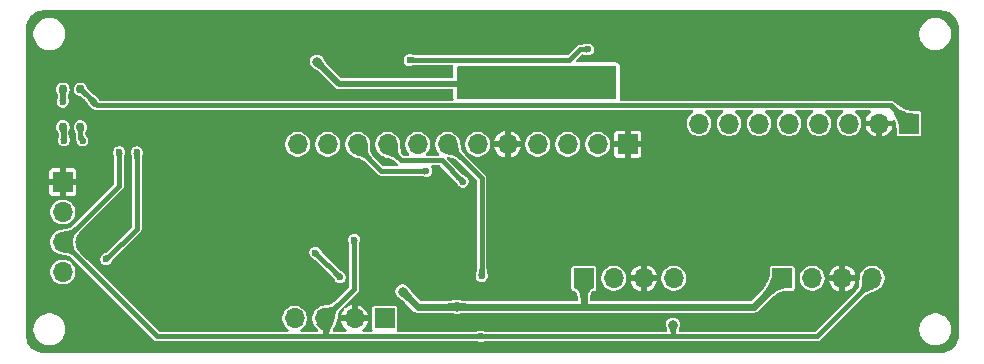
<source format=gbr>
%TF.GenerationSoftware,KiCad,Pcbnew,9.0.2*%
%TF.CreationDate,2025-06-08T01:22:44+05:30*%
%TF.ProjectId,AQEYE-SB-D1,41514559-452d-4534-922d-44312e6b6963,0.1*%
%TF.SameCoordinates,Original*%
%TF.FileFunction,Copper,L2,Bot*%
%TF.FilePolarity,Positive*%
%FSLAX46Y46*%
G04 Gerber Fmt 4.6, Leading zero omitted, Abs format (unit mm)*
G04 Created by KiCad (PCBNEW 9.0.2) date 2025-06-08 01:22:44*
%MOMM*%
%LPD*%
G01*
G04 APERTURE LIST*
G04 Aperture macros list*
%AMRoundRect*
0 Rectangle with rounded corners*
0 $1 Rounding radius*
0 $2 $3 $4 $5 $6 $7 $8 $9 X,Y pos of 4 corners*
0 Add a 4 corners polygon primitive as box body*
4,1,4,$2,$3,$4,$5,$6,$7,$8,$9,$2,$3,0*
0 Add four circle primitives for the rounded corners*
1,1,$1+$1,$2,$3*
1,1,$1+$1,$4,$5*
1,1,$1+$1,$6,$7*
1,1,$1+$1,$8,$9*
0 Add four rect primitives between the rounded corners*
20,1,$1+$1,$2,$3,$4,$5,0*
20,1,$1+$1,$4,$5,$6,$7,0*
20,1,$1+$1,$6,$7,$8,$9,0*
20,1,$1+$1,$8,$9,$2,$3,0*%
G04 Aperture macros list end*
%TA.AperFunction,ComponentPad*%
%ADD10R,1.700000X1.700000*%
%TD*%
%TA.AperFunction,ComponentPad*%
%ADD11O,1.700000X1.700000*%
%TD*%
%TA.AperFunction,SMDPad,CuDef*%
%ADD12RoundRect,0.375000X-0.000010X-0.000010X0.000010X-0.000010X0.000010X0.000010X-0.000010X0.000010X0*%
%TD*%
%TA.AperFunction,ViaPad*%
%ADD13C,0.800000*%
%TD*%
%TA.AperFunction,ViaPad*%
%ADD14C,0.600000*%
%TD*%
%TA.AperFunction,Conductor*%
%ADD15C,0.400000*%
%TD*%
%TA.AperFunction,Conductor*%
%ADD16C,0.600000*%
%TD*%
%TA.AperFunction,Conductor*%
%ADD17C,0.500000*%
%TD*%
G04 APERTURE END LIST*
D10*
X47742500Y6824999D03*
D11*
X50282500Y6824999D03*
X52822499Y6824999D03*
X55362500Y6824999D03*
D10*
X64542500Y6824999D03*
D11*
X67082500Y6824999D03*
X69622499Y6824999D03*
X72162500Y6824999D03*
D10*
X75270000Y19925000D03*
D11*
X72730000Y19925000D03*
X70190001Y19925000D03*
X67650000Y19925000D03*
X65110000Y19925000D03*
X62570000Y19925000D03*
X60030000Y19925000D03*
X57489999Y19925000D03*
D10*
X51450000Y18175000D03*
D11*
X48910000Y18175000D03*
X46370001Y18175000D03*
X43830000Y18175000D03*
X41290000Y18175000D03*
X38750000Y18175000D03*
X36210000Y18175000D03*
X33669999Y18175000D03*
X31130000Y18175000D03*
X28590000Y18175000D03*
X26050000Y18175000D03*
X23510001Y18175000D03*
D10*
X30875000Y3424999D03*
D11*
X28335000Y3424999D03*
X25795001Y3424999D03*
X23255000Y3424999D03*
D10*
X3625000Y14975000D03*
D11*
X3625000Y12435000D03*
X3625000Y9895001D03*
X3625000Y7355000D03*
D12*
X5127500Y22822208D03*
X5127500Y19625152D03*
X3627500Y22822208D03*
X3627500Y19625152D03*
D13*
X37000000Y4400000D03*
D14*
X5302500Y18485000D03*
D13*
X32400000Y5700000D03*
X7000000Y15500000D03*
X56000000Y24600000D03*
X77500000Y23500000D03*
X57600000Y27400000D03*
X20000000Y6500000D03*
X43000000Y11500000D03*
X50500000Y11500000D03*
X43000000Y6000000D03*
X26500000Y28000000D03*
X68000000Y27000000D03*
X24500000Y14500000D03*
X12042500Y10917500D03*
X76000000Y23500000D03*
X43000000Y7500000D03*
X20000000Y5000000D03*
X14842500Y10917500D03*
X22500000Y14500000D03*
X36500000Y11500000D03*
X56000000Y23600000D03*
X46700000Y27400000D03*
X57000000Y23600000D03*
X59000000Y6000000D03*
X21000000Y18700000D03*
X43000000Y3000000D03*
X6000000Y2500000D03*
X65000000Y27000000D03*
X28500000Y14500000D03*
X36500000Y10000000D03*
X45100000Y27400000D03*
X7000000Y17000000D03*
X36500000Y13000000D03*
X13442500Y10917500D03*
X45900000Y27400000D03*
X57600000Y26400000D03*
X46700000Y28200000D03*
X45000000Y20600000D03*
X75500000Y6000000D03*
X59000000Y7500000D03*
X48000000Y11500000D03*
X25000000Y28000000D03*
X26500000Y14500000D03*
X56000000Y25600000D03*
X57000000Y24600000D03*
X45500000Y11500000D03*
X21000000Y17200000D03*
X9000000Y6500000D03*
X75500000Y16500000D03*
X66500000Y27000000D03*
X57000000Y25600000D03*
X59000000Y3000000D03*
X28000000Y28000000D03*
X46700000Y29000000D03*
D14*
X6200000Y21800000D03*
D13*
X49500000Y24300000D03*
X49500000Y22500000D03*
X49500000Y23400000D03*
X38000000Y24300000D03*
X38000000Y22500000D03*
X25145001Y25155000D03*
X38000000Y23400000D03*
D14*
X3627500Y21775000D03*
X3727500Y18485000D03*
X33000000Y25300000D03*
X48100000Y26200000D03*
X34400000Y15900000D03*
X37500000Y15000000D03*
X9900000Y17500000D03*
X7300000Y8417500D03*
X8400000Y17500000D03*
X39100000Y7000000D03*
D13*
X55300000Y2900000D03*
D14*
X28300000Y10100000D03*
X39000000Y1900000D03*
X25000000Y9000000D03*
X27100000Y6900000D03*
D15*
X5127500Y18660000D02*
X5127500Y19625152D01*
D16*
X33700000Y4400000D02*
X32400000Y5700000D01*
X47742500Y4700000D02*
X47742500Y6824999D01*
D15*
X5302500Y18485000D02*
X5127500Y18660000D01*
D16*
X49100000Y4400000D02*
X37000000Y4400000D01*
X37000000Y4400000D02*
X33700000Y4400000D01*
X64542500Y6824999D02*
X62117501Y4400000D01*
X62117501Y4400000D02*
X49100000Y4400000D01*
D15*
X73738105Y21456895D02*
X75270000Y19925000D01*
X5177792Y22822208D02*
X6200000Y21800000D01*
X5127500Y22822208D02*
X5177792Y22822208D01*
X6543105Y21456895D02*
X73738105Y21456895D01*
X6200000Y21800000D02*
X6543105Y21456895D01*
D17*
X25145001Y25155000D02*
X27000001Y23300000D01*
X27000001Y23300000D02*
X37900000Y23300000D01*
X38000000Y23400000D02*
X38100000Y23300000D01*
X37900000Y23300000D02*
X38000000Y23400000D01*
D16*
X38000000Y23400000D02*
X49500000Y23400000D01*
D15*
X3627500Y21775000D02*
X3627500Y22822208D01*
X3700000Y19552652D02*
X3627500Y19625152D01*
X3727500Y18485000D02*
X3700000Y18512500D01*
X3700000Y18512500D02*
X3700000Y19552652D01*
X48100000Y26200000D02*
X47400000Y26200000D01*
X46500000Y25300000D02*
X33000000Y25300000D01*
X47400000Y26200000D02*
X46500000Y25300000D01*
X28590000Y17910000D02*
X28590000Y18175000D01*
X34400000Y15900000D02*
X30600000Y15900000D01*
X30600000Y15900000D02*
X28590000Y17910000D01*
X37500000Y15000000D02*
X35700000Y16800000D01*
X31130000Y17970000D02*
X31130000Y18175000D01*
X35700000Y16800000D02*
X32300000Y16800000D01*
X32300000Y16800000D02*
X31130000Y17970000D01*
X7300000Y8417500D02*
X9900000Y11017500D01*
X9900000Y11017500D02*
X9900000Y17500000D01*
X25700000Y1900000D02*
X55300000Y1900000D01*
X8400000Y14670001D02*
X8400000Y17500000D01*
X39100000Y15285000D02*
X36210000Y18175000D01*
X3625000Y9895001D02*
X11620001Y1900000D01*
X25795001Y3424999D02*
X28300000Y5929998D01*
X55300000Y1900000D02*
X55300000Y2900000D01*
X67500000Y1900000D02*
X72162500Y6562500D01*
X39100000Y7000000D02*
X39100000Y15285000D01*
X72162500Y6562500D02*
X72162500Y6824999D01*
X11620001Y1900000D02*
X25700000Y1900000D01*
X28300000Y5929998D02*
X28300000Y10100000D01*
X25795001Y1995001D02*
X25700000Y1900000D01*
X55300000Y1900000D02*
X67500000Y1900000D01*
X25795001Y3424999D02*
X25795001Y1995001D01*
X3625000Y9895001D02*
X8400000Y14670001D01*
X27100000Y6900000D02*
X25000000Y9000000D01*
%TA.AperFunction,Conductor*%
G36*
X27371770Y4328015D02*
G01*
X27428678Y4287478D01*
X27454636Y4222609D01*
X27441403Y4154004D01*
X27431515Y4137956D01*
X27351431Y4027730D01*
X27269252Y3866447D01*
X27269250Y3866441D01*
X27213318Y3694295D01*
X27213315Y3694285D01*
X27210261Y3674999D01*
X27901988Y3674999D01*
X27869075Y3617992D01*
X27835000Y3490825D01*
X27835000Y3359173D01*
X27869075Y3232006D01*
X27901988Y3174999D01*
X27210261Y3174999D01*
X27213315Y3155714D01*
X27213318Y3155704D01*
X27269250Y2983558D01*
X27269252Y2983552D01*
X27351434Y2822265D01*
X27457823Y2675830D01*
X27585826Y2547827D01*
X27617495Y2524818D01*
X27660160Y2469488D01*
X27666139Y2399875D01*
X27633533Y2338080D01*
X27572694Y2303722D01*
X27544609Y2300500D01*
X26597006Y2300500D01*
X26567577Y2309142D01*
X26537595Y2315659D01*
X26534357Y2318896D01*
X26529967Y2320185D01*
X26509882Y2343364D01*
X26488183Y2365057D01*
X26487209Y2369530D01*
X26484212Y2372989D01*
X26479845Y2403357D01*
X26473321Y2433328D01*
X26474654Y2439462D01*
X26474268Y2442147D01*
X26480818Y2467816D01*
X26503107Y2527602D01*
X26510183Y2546584D01*
X26515396Y2558587D01*
X26574553Y2677193D01*
X26579743Y2686559D01*
X26662000Y2820941D01*
X26671154Y2835895D01*
X26671154Y2835897D01*
X26671158Y2835902D01*
X26674541Y2844806D01*
X26687349Y2869644D01*
X26725942Y2927401D01*
X26805131Y3118579D01*
X26821479Y3200774D01*
X26827253Y3220808D01*
X26833273Y3236568D01*
X26891485Y3578869D01*
X26891513Y3578865D01*
X26891518Y3579066D01*
X26928899Y3796688D01*
X26931270Y3807544D01*
X26949324Y3875389D01*
X26953455Y3888101D01*
X26976270Y3947233D01*
X26982659Y3961155D01*
X27015149Y4021743D01*
X27022565Y4033848D01*
X27073230Y4106792D01*
X27080026Y4115688D01*
X27156853Y4207345D01*
X27162115Y4213228D01*
X27241468Y4296427D01*
X27301980Y4331350D01*
X27371770Y4328015D01*
G37*
%TD.AperFunction*%
%TA.AperFunction,Conductor*%
G36*
X78004418Y29499184D02*
G01*
X78204561Y29484870D01*
X78222063Y29482353D01*
X78413797Y29440645D01*
X78430755Y29435666D01*
X78614609Y29367091D01*
X78630701Y29359741D01*
X78802904Y29265712D01*
X78817784Y29256151D01*
X78974867Y29138559D01*
X78988237Y29126973D01*
X79126972Y28988238D01*
X79138558Y28974868D01*
X79256146Y28817790D01*
X79265711Y28802905D01*
X79359740Y28630702D01*
X79367090Y28614610D01*
X79435662Y28430764D01*
X79440646Y28413788D01*
X79482351Y28222069D01*
X79484869Y28204558D01*
X79499184Y28004420D01*
X79499500Y27995573D01*
X79499500Y2004428D01*
X79499184Y1995581D01*
X79484869Y1795443D01*
X79482351Y1777932D01*
X79440646Y1586213D01*
X79435662Y1569237D01*
X79367090Y1385391D01*
X79359740Y1369299D01*
X79265711Y1197096D01*
X79256146Y1182211D01*
X79138558Y1025133D01*
X79126972Y1011763D01*
X78988237Y873028D01*
X78974867Y861442D01*
X78817789Y743854D01*
X78802904Y734289D01*
X78630701Y640260D01*
X78614609Y632910D01*
X78430763Y564338D01*
X78413787Y559354D01*
X78222068Y517649D01*
X78204557Y515131D01*
X78023779Y502201D01*
X78004417Y500816D01*
X77995572Y500500D01*
X2004428Y500500D01*
X1995582Y500816D01*
X1973622Y502387D01*
X1795442Y515131D01*
X1777931Y517649D01*
X1586212Y559354D01*
X1569236Y564338D01*
X1385390Y632910D01*
X1369298Y640260D01*
X1197095Y734289D01*
X1182210Y743854D01*
X1025132Y861442D01*
X1011762Y873028D01*
X873027Y1011763D01*
X861441Y1025133D01*
X743849Y1182216D01*
X734288Y1197096D01*
X640259Y1369299D01*
X632909Y1385391D01*
X601390Y1469896D01*
X564334Y1569245D01*
X559355Y1586203D01*
X517647Y1777937D01*
X515130Y1795444D01*
X500816Y1995582D01*
X500500Y2004428D01*
X500500Y2606287D01*
X1149500Y2606287D01*
X1149500Y2393713D01*
X1182754Y2183757D01*
X1243896Y1995581D01*
X1248444Y1981586D01*
X1344951Y1792180D01*
X1469890Y1620214D01*
X1620213Y1469891D01*
X1792179Y1344952D01*
X1792181Y1344951D01*
X1792184Y1344949D01*
X1981588Y1248443D01*
X2183757Y1182754D01*
X2393713Y1149500D01*
X2393714Y1149500D01*
X2606286Y1149500D01*
X2606287Y1149500D01*
X2816243Y1182754D01*
X3018412Y1248443D01*
X3207816Y1344949D01*
X3329846Y1433608D01*
X3379786Y1469891D01*
X3379788Y1469894D01*
X3379792Y1469896D01*
X3530104Y1620208D01*
X3530106Y1620212D01*
X3530109Y1620214D01*
X3655048Y1792180D01*
X3655047Y1792180D01*
X3655051Y1792184D01*
X3751557Y1981588D01*
X3817246Y2183757D01*
X3850500Y2393713D01*
X3850500Y2606287D01*
X3817246Y2816243D01*
X3751557Y3018412D01*
X3655051Y3207816D01*
X3655049Y3207819D01*
X3655048Y3207821D01*
X3530109Y3379787D01*
X3379786Y3530110D01*
X3207820Y3655049D01*
X3018414Y3751556D01*
X3018413Y3751557D01*
X3018412Y3751557D01*
X2816243Y3817246D01*
X2816241Y3817247D01*
X2816240Y3817247D01*
X2637824Y3845505D01*
X2606287Y3850500D01*
X2393713Y3850500D01*
X2362176Y3845505D01*
X2183760Y3817247D01*
X1981585Y3751556D01*
X1792179Y3655049D01*
X1620213Y3530110D01*
X1469890Y3379787D01*
X1344951Y3207821D01*
X1248444Y3018415D01*
X1182753Y2816240D01*
X1156354Y2649563D01*
X1149500Y2606287D01*
X500500Y2606287D01*
X500500Y7458470D01*
X2574500Y7458470D01*
X2574500Y7251531D01*
X2614868Y7048588D01*
X2614870Y7048580D01*
X2681093Y6888703D01*
X2694059Y6857402D01*
X2727384Y6807528D01*
X2809024Y6685343D01*
X2955342Y6539025D01*
X2955345Y6539023D01*
X3127402Y6424059D01*
X3318580Y6344870D01*
X3514250Y6305949D01*
X3521530Y6304501D01*
X3521534Y6304500D01*
X3521535Y6304500D01*
X3728466Y6304500D01*
X3728467Y6304501D01*
X3931420Y6344870D01*
X4122598Y6424059D01*
X4294655Y6539023D01*
X4440977Y6685345D01*
X4555941Y6857402D01*
X4635130Y7048580D01*
X4675500Y7251535D01*
X4675500Y7458465D01*
X4635130Y7661420D01*
X4555941Y7852598D01*
X4440977Y8024655D01*
X4440975Y8024658D01*
X4294657Y8170976D01*
X4130907Y8280389D01*
X4122598Y8285941D01*
X4108453Y8291800D01*
X3931420Y8365130D01*
X3931412Y8365132D01*
X3728469Y8405500D01*
X3728465Y8405500D01*
X3521535Y8405500D01*
X3521530Y8405500D01*
X3318587Y8365132D01*
X3318579Y8365130D01*
X3127403Y8285942D01*
X2955342Y8170976D01*
X2809024Y8024658D01*
X2694058Y7852597D01*
X2614870Y7661421D01*
X2614868Y7661413D01*
X2574500Y7458470D01*
X500500Y7458470D01*
X500500Y9998471D01*
X2574500Y9998471D01*
X2574500Y9791532D01*
X2614868Y9588589D01*
X2614870Y9588581D01*
X2651354Y9500500D01*
X2694059Y9397403D01*
X2751541Y9311375D01*
X2809024Y9225344D01*
X2955342Y9079026D01*
X2955345Y9079024D01*
X3127402Y8964060D01*
X3318580Y8884871D01*
X3400770Y8868523D01*
X3420805Y8862749D01*
X3436569Y8856729D01*
X3778523Y8798578D01*
X3778864Y8798520D01*
X3778869Y8798517D01*
X3996690Y8761101D01*
X4007568Y8758724D01*
X4075360Y8740685D01*
X4088103Y8736545D01*
X4147223Y8713735D01*
X4161169Y8707335D01*
X4221745Y8674850D01*
X4233844Y8667438D01*
X4306782Y8616778D01*
X4315692Y8609971D01*
X4348122Y8582788D01*
X4377928Y8557804D01*
X4407326Y8533163D01*
X4413249Y8527867D01*
X4524010Y8422226D01*
X4533444Y8416162D01*
X4554070Y8399538D01*
X11374088Y1579520D01*
X11465413Y1526793D01*
X11567274Y1499500D01*
X25647273Y1499500D01*
X25752727Y1499500D01*
X38659460Y1499500D01*
X38721460Y1482887D01*
X38743970Y1469891D01*
X38806814Y1433608D01*
X38934108Y1399500D01*
X38934110Y1399500D01*
X39065890Y1399500D01*
X39065892Y1399500D01*
X39193186Y1433608D01*
X39256030Y1469891D01*
X39278540Y1482887D01*
X39340540Y1499500D01*
X67552725Y1499500D01*
X67552727Y1499500D01*
X67654588Y1526793D01*
X67745913Y1579520D01*
X68772679Y2606287D01*
X76149500Y2606287D01*
X76149500Y2393713D01*
X76182754Y2183757D01*
X76243896Y1995581D01*
X76248444Y1981586D01*
X76344951Y1792180D01*
X76469890Y1620214D01*
X76620213Y1469891D01*
X76792179Y1344952D01*
X76792181Y1344951D01*
X76792184Y1344949D01*
X76981588Y1248443D01*
X77183757Y1182754D01*
X77393713Y1149500D01*
X77393714Y1149500D01*
X77606286Y1149500D01*
X77606287Y1149500D01*
X77816243Y1182754D01*
X78018412Y1248443D01*
X78207816Y1344949D01*
X78329846Y1433608D01*
X78379786Y1469891D01*
X78379788Y1469894D01*
X78379792Y1469896D01*
X78530104Y1620208D01*
X78530106Y1620212D01*
X78530109Y1620214D01*
X78655048Y1792180D01*
X78655047Y1792180D01*
X78655051Y1792184D01*
X78751557Y1981588D01*
X78817246Y2183757D01*
X78850500Y2393713D01*
X78850500Y2606287D01*
X78817246Y2816243D01*
X78751557Y3018412D01*
X78655051Y3207816D01*
X78655049Y3207819D01*
X78655048Y3207821D01*
X78530109Y3379787D01*
X78379786Y3530110D01*
X78207820Y3655049D01*
X78018414Y3751556D01*
X78018413Y3751557D01*
X78018412Y3751557D01*
X77816243Y3817246D01*
X77816241Y3817247D01*
X77816240Y3817247D01*
X77637824Y3845505D01*
X77606287Y3850500D01*
X77393713Y3850500D01*
X77362176Y3845505D01*
X77183760Y3817247D01*
X76981585Y3751556D01*
X76792179Y3655049D01*
X76620213Y3530110D01*
X76469890Y3379787D01*
X76344951Y3207821D01*
X76248444Y3018415D01*
X76182753Y2816240D01*
X76156354Y2649563D01*
X76149500Y2606287D01*
X68772679Y2606287D01*
X71369908Y5203518D01*
X71374693Y5208053D01*
X71382657Y5215210D01*
X71399687Y5225879D01*
X71503824Y5324084D01*
X71504938Y5325084D01*
X71505155Y5325188D01*
X71509091Y5328654D01*
X71599106Y5402620D01*
X71606834Y5408478D01*
X71682905Y5461555D01*
X71691703Y5467155D01*
X71754054Y5503235D01*
X71767659Y5510029D01*
X71924069Y5576479D01*
X71934242Y5580284D01*
X71936486Y5581013D01*
X72040325Y5614747D01*
X72040378Y5614763D01*
X72042114Y5615329D01*
X72042557Y5615472D01*
X72042556Y5615473D01*
X72042653Y5615504D01*
X72042659Y5615505D01*
X72044795Y5616201D01*
X72092730Y5631772D01*
X72092914Y5631859D01*
X72178146Y5659595D01*
X72183712Y5661494D01*
X72184322Y5661712D01*
X72189472Y5663631D01*
X72338694Y5721504D01*
X72346820Y5724857D01*
X72347738Y5725259D01*
X72355750Y5728975D01*
X72525838Y5812343D01*
X72534147Y5816653D01*
X72535085Y5817167D01*
X72543245Y5821884D01*
X72731241Y5936411D01*
X72734711Y5938573D01*
X72735113Y5938829D01*
X72744222Y5947731D01*
X72761989Y5962140D01*
X72832155Y6009022D01*
X72978477Y6155344D01*
X73093441Y6327401D01*
X73172630Y6518579D01*
X73213000Y6721534D01*
X73213000Y6928464D01*
X73172630Y7131419D01*
X73093441Y7322597D01*
X72978477Y7494654D01*
X72978475Y7494657D01*
X72832157Y7640975D01*
X72664155Y7753229D01*
X72660098Y7755940D01*
X72468920Y7835129D01*
X72468912Y7835131D01*
X72265969Y7875499D01*
X72265965Y7875499D01*
X72059035Y7875499D01*
X72059030Y7875499D01*
X71856087Y7835131D01*
X71856079Y7835129D01*
X71664903Y7755941D01*
X71492842Y7640975D01*
X71346524Y7494657D01*
X71231558Y7322596D01*
X71152370Y7131420D01*
X71152368Y7131414D01*
X71135892Y7048580D01*
X71132894Y7033508D01*
X71123556Y7006500D01*
X71114704Y6942066D01*
X71113981Y6938431D01*
X71113979Y6938417D01*
X71112000Y6928466D01*
X71111464Y6923026D01*
X71110846Y6913978D01*
X71087411Y6743386D01*
X71086171Y6732017D01*
X71086065Y6730713D01*
X71085452Y6718963D01*
X71078754Y6435949D01*
X71078738Y6435186D01*
X71075493Y6258363D01*
X71074563Y6245308D01*
X71067938Y6192131D01*
X71065133Y6177171D01*
X71053227Y6129907D01*
X71047678Y6113069D01*
X71027729Y6064519D01*
X71020004Y6048930D01*
X70985219Y5989601D01*
X70976872Y5977155D01*
X70919301Y5901614D01*
X70911676Y5892543D01*
X70824437Y5798300D01*
X70824432Y5798294D01*
X70819318Y5790139D01*
X70801952Y5768346D01*
X67370426Y2336819D01*
X67309103Y2303334D01*
X67282745Y2300500D01*
X55910121Y2300500D01*
X55843082Y2320185D01*
X55797327Y2372989D01*
X55787383Y2442147D01*
X55795977Y2472948D01*
X55829871Y2552800D01*
X55834853Y2565732D01*
X55835371Y2567225D01*
X55839487Y2580528D01*
X55887284Y2755831D01*
X55888969Y2762443D01*
X55889151Y2763210D01*
X55889179Y2764693D01*
X55893382Y2794382D01*
X55900500Y2820943D01*
X55900500Y2979057D01*
X55859577Y3131784D01*
X55819752Y3200764D01*
X55780524Y3268710D01*
X55780518Y3268718D01*
X55668717Y3380519D01*
X55668709Y3380525D01*
X55531790Y3459574D01*
X55531786Y3459576D01*
X55531784Y3459577D01*
X55379057Y3500500D01*
X55220943Y3500500D01*
X55068216Y3459577D01*
X55068209Y3459574D01*
X54931290Y3380525D01*
X54931282Y3380519D01*
X54819481Y3268718D01*
X54819475Y3268710D01*
X54740426Y3131791D01*
X54740423Y3131784D01*
X54699500Y2979057D01*
X54699500Y2820941D01*
X54700759Y2816243D01*
X54708518Y2787282D01*
X54712385Y2764613D01*
X54713151Y2754549D01*
X54713151Y2754546D01*
X54713152Y2754545D01*
X54761766Y2580521D01*
X54766018Y2565303D01*
X54770227Y2551995D01*
X54770750Y2550519D01*
X54775761Y2537740D01*
X54803418Y2473594D01*
X54811885Y2404239D01*
X54781511Y2341317D01*
X54721941Y2304805D01*
X54689551Y2300500D01*
X39340540Y2300500D01*
X39278540Y2317113D01*
X39193188Y2366391D01*
X39193187Y2366392D01*
X39193186Y2366392D01*
X39065892Y2400500D01*
X38934108Y2400500D01*
X38806814Y2366392D01*
X38806813Y2366392D01*
X38806811Y2366391D01*
X38806810Y2366391D01*
X38721460Y2317113D01*
X38659460Y2300500D01*
X32014713Y2300500D01*
X31947674Y2320185D01*
X31901919Y2372989D01*
X31891975Y2442147D01*
X31911610Y2493390D01*
X31912056Y2494058D01*
X31913867Y2496768D01*
X31913867Y2496770D01*
X31913868Y2496770D01*
X31924559Y2550519D01*
X31925500Y2555251D01*
X31925500Y4294747D01*
X31925500Y4294750D01*
X31925499Y4294752D01*
X31913868Y4353229D01*
X31913867Y4353230D01*
X31869552Y4419552D01*
X31803230Y4463867D01*
X31803229Y4463868D01*
X31744752Y4475499D01*
X31744748Y4475499D01*
X30005252Y4475499D01*
X30005247Y4475499D01*
X29946770Y4463868D01*
X29946769Y4463867D01*
X29880447Y4419552D01*
X29836132Y4353230D01*
X29836131Y4353229D01*
X29824500Y4294752D01*
X29824500Y2555247D01*
X29836131Y2496770D01*
X29838390Y2493390D01*
X29859267Y2426712D01*
X29840782Y2359332D01*
X29788803Y2312643D01*
X29735287Y2300500D01*
X29125391Y2300500D01*
X29058352Y2320185D01*
X29012597Y2372989D01*
X29002653Y2442147D01*
X29031678Y2505703D01*
X29052505Y2524818D01*
X29084173Y2547827D01*
X29212176Y2675830D01*
X29318565Y2822265D01*
X29400747Y2983552D01*
X29400749Y2983558D01*
X29456681Y3155704D01*
X29456684Y3155714D01*
X29459739Y3174999D01*
X28768012Y3174999D01*
X28800925Y3232006D01*
X28835000Y3359173D01*
X28835000Y3490825D01*
X28800925Y3617992D01*
X28768012Y3674999D01*
X29459739Y3674999D01*
X29456684Y3694285D01*
X29456681Y3694295D01*
X29400749Y3866441D01*
X29400747Y3866447D01*
X29318565Y4027734D01*
X29212176Y4174169D01*
X29084169Y4302176D01*
X28937734Y4408565D01*
X28776447Y4490747D01*
X28776441Y4490749D01*
X28604295Y4546681D01*
X28604285Y4546684D01*
X28585000Y4549739D01*
X28585000Y3858011D01*
X28527993Y3890924D01*
X28400826Y3924999D01*
X28269174Y3924999D01*
X28142007Y3890924D01*
X28085000Y3858011D01*
X28085000Y4549739D01*
X28065714Y4546684D01*
X28065704Y4546681D01*
X27893558Y4490749D01*
X27893552Y4490747D01*
X27732269Y4408568D01*
X27590596Y4305637D01*
X27524789Y4282158D01*
X27456735Y4297984D01*
X27408041Y4348090D01*
X27394166Y4416568D01*
X27419516Y4481677D01*
X27430023Y4493630D01*
X28535703Y5599311D01*
X28535708Y5599314D01*
X28545911Y5609518D01*
X28545913Y5609518D01*
X28620480Y5684085D01*
X28673207Y5775411D01*
X28674184Y5779057D01*
X31799500Y5779057D01*
X31799500Y5620943D01*
X31839390Y5472074D01*
X31840423Y5468217D01*
X31840426Y5468210D01*
X31919475Y5331291D01*
X31919479Y5331286D01*
X31919480Y5331284D01*
X32031284Y5219480D01*
X32031285Y5219479D01*
X32031287Y5219478D01*
X32048717Y5209415D01*
X32056026Y5204850D01*
X32065434Y5198509D01*
X32075153Y5188979D01*
X32224007Y5091623D01*
X32224722Y5091141D01*
X32224745Y5091114D01*
X32225926Y5090319D01*
X32369532Y4991048D01*
X32391712Y4975716D01*
X32405413Y4964734D01*
X32600295Y4784422D01*
X32608413Y4779334D01*
X32630238Y4761948D01*
X33299500Y4092686D01*
X33392686Y3999500D01*
X33506814Y3933608D01*
X33634108Y3899500D01*
X36177164Y3899500D01*
X36182424Y3899388D01*
X36193480Y3898919D01*
X36214159Y3894285D01*
X36418409Y3889369D01*
X36419561Y3889320D01*
X36419889Y3889209D01*
X36429121Y3888543D01*
X36445893Y3886525D01*
X36556145Y3873252D01*
X36566184Y3871622D01*
X36691264Y3845993D01*
X36691615Y3845920D01*
X36868438Y3808935D01*
X36870190Y3808925D01*
X36901533Y3804701D01*
X36920943Y3799500D01*
X36920944Y3799500D01*
X37079054Y3799500D01*
X37079057Y3799500D01*
X37098534Y3804720D01*
X37106898Y3806651D01*
X37118032Y3808819D01*
X37131644Y3808953D01*
X37305710Y3845362D01*
X37306522Y3845519D01*
X37306557Y3845516D01*
X37307928Y3845785D01*
X37506300Y3881997D01*
X37523740Y3883919D01*
X37789042Y3894219D01*
X37796530Y3895937D01*
X37798386Y3896362D01*
X37826105Y3899500D01*
X62183391Y3899500D01*
X62183393Y3899500D01*
X62310687Y3933608D01*
X62424815Y3999500D01*
X63422804Y4997491D01*
X63427658Y5002089D01*
X63435677Y5009284D01*
X63452563Y5019819D01*
X63561661Y5122314D01*
X63562677Y5123225D01*
X63562833Y5123300D01*
X63565795Y5125930D01*
X63699637Y5238140D01*
X63704852Y5242276D01*
X63848133Y5349724D01*
X63853852Y5353763D01*
X64010851Y5458145D01*
X64017078Y5462025D01*
X64157654Y5543901D01*
X64164520Y5547612D01*
X64309660Y5620224D01*
X64317379Y5623759D01*
X64439844Y5674839D01*
X64448455Y5678061D01*
X64570344Y5718572D01*
X64579970Y5721344D01*
X64680327Y5745897D01*
X64690906Y5748002D01*
X64787480Y5762857D01*
X64799678Y5764118D01*
X64880374Y5768443D01*
X64889087Y5768910D01*
X64892005Y5769316D01*
X64920840Y5773320D01*
X64937898Y5774499D01*
X65412250Y5774499D01*
X65412251Y5774500D01*
X65435163Y5779057D01*
X65470729Y5786131D01*
X65470729Y5786132D01*
X65470731Y5786132D01*
X65537052Y5830447D01*
X65581367Y5896768D01*
X65581367Y5896770D01*
X65581368Y5896770D01*
X65592999Y5955247D01*
X65593000Y5955249D01*
X65593000Y6928469D01*
X66032000Y6928469D01*
X66032000Y6721530D01*
X66072368Y6518587D01*
X66072370Y6518579D01*
X66151558Y6327403D01*
X66266524Y6155342D01*
X66412842Y6009024D01*
X66412845Y6009022D01*
X66584902Y5894058D01*
X66776080Y5814869D01*
X66971298Y5776038D01*
X66979030Y5774500D01*
X66979034Y5774499D01*
X66979035Y5774499D01*
X67185966Y5774499D01*
X67185967Y5774500D01*
X67388920Y5814869D01*
X67580098Y5894058D01*
X67752155Y6009022D01*
X67898477Y6155344D01*
X68013441Y6327401D01*
X68092630Y6518579D01*
X68103853Y6574999D01*
X68116037Y6636251D01*
X68130072Y6706814D01*
X68133000Y6721534D01*
X68133000Y6928464D01*
X68131020Y6938417D01*
X68116037Y7013747D01*
X68103853Y7074999D01*
X68497760Y7074999D01*
X69189487Y7074999D01*
X69156574Y7017992D01*
X69122499Y6890825D01*
X69122499Y6759173D01*
X69156574Y6632006D01*
X69189487Y6574999D01*
X68497760Y6574999D01*
X68500814Y6555714D01*
X68500817Y6555704D01*
X68556749Y6383558D01*
X68556751Y6383552D01*
X68638933Y6222265D01*
X68745322Y6075830D01*
X68873329Y5947823D01*
X69019764Y5841434D01*
X69181051Y5759252D01*
X69181054Y5759251D01*
X69353198Y5703319D01*
X69353211Y5703316D01*
X69372499Y5700261D01*
X69372499Y6391987D01*
X69429506Y6359074D01*
X69556673Y6324999D01*
X69688325Y6324999D01*
X69815492Y6359074D01*
X69872499Y6391987D01*
X69872499Y5700262D01*
X69891786Y5703316D01*
X69891799Y5703319D01*
X70063943Y5759251D01*
X70063946Y5759252D01*
X70225233Y5841434D01*
X70371668Y5947823D01*
X70499675Y6075830D01*
X70606064Y6222265D01*
X70688246Y6383552D01*
X70688248Y6383558D01*
X70744180Y6555704D01*
X70744183Y6555714D01*
X70747238Y6574999D01*
X70055511Y6574999D01*
X70088424Y6632006D01*
X70122499Y6759173D01*
X70122499Y6890825D01*
X70088424Y7017992D01*
X70055511Y7074999D01*
X70747238Y7074999D01*
X70744183Y7094285D01*
X70744180Y7094295D01*
X70688248Y7266441D01*
X70688246Y7266447D01*
X70606064Y7427734D01*
X70499675Y7574169D01*
X70371668Y7702176D01*
X70225233Y7808565D01*
X70063946Y7890747D01*
X70063940Y7890749D01*
X69891794Y7946681D01*
X69891784Y7946684D01*
X69872499Y7949739D01*
X69872499Y7258011D01*
X69815492Y7290924D01*
X69688325Y7324999D01*
X69556673Y7324999D01*
X69429506Y7290924D01*
X69372499Y7258011D01*
X69372499Y7949739D01*
X69353213Y7946684D01*
X69353203Y7946681D01*
X69181057Y7890749D01*
X69181051Y7890747D01*
X69019764Y7808565D01*
X68873329Y7702176D01*
X68745322Y7574169D01*
X68638933Y7427734D01*
X68556751Y7266447D01*
X68556749Y7266441D01*
X68500817Y7094295D01*
X68500814Y7094285D01*
X68497760Y7074999D01*
X68103853Y7074999D01*
X68095919Y7114885D01*
X68092630Y7131419D01*
X68013441Y7322597D01*
X67898477Y7494654D01*
X67898475Y7494657D01*
X67752157Y7640975D01*
X67584155Y7753229D01*
X67580098Y7755940D01*
X67388920Y7835129D01*
X67388912Y7835131D01*
X67185969Y7875499D01*
X67185965Y7875499D01*
X66979035Y7875499D01*
X66979030Y7875499D01*
X66776087Y7835131D01*
X66776079Y7835129D01*
X66584903Y7755941D01*
X66412842Y7640975D01*
X66266524Y7494657D01*
X66151558Y7322596D01*
X66072370Y7131420D01*
X66072368Y7131412D01*
X66032000Y6928469D01*
X65593000Y6928469D01*
X65593000Y7694750D01*
X65592999Y7694752D01*
X65581368Y7753229D01*
X65581367Y7753230D01*
X65537052Y7819552D01*
X65470730Y7863867D01*
X65470729Y7863868D01*
X65412252Y7875499D01*
X65412248Y7875499D01*
X63672752Y7875499D01*
X63672747Y7875499D01*
X63614270Y7863868D01*
X63614269Y7863867D01*
X63547947Y7819552D01*
X63503632Y7753230D01*
X63503631Y7753229D01*
X63492000Y7694752D01*
X63492000Y7216514D01*
X63491334Y7203677D01*
X63490161Y7192412D01*
X63486401Y7179619D01*
X63471152Y7009774D01*
X63471062Y7008903D01*
X63470839Y7008361D01*
X63467902Y6991175D01*
X63420218Y6803694D01*
X63414948Y6787643D01*
X63325499Y6567160D01*
X63319278Y6554077D01*
X63182983Y6305949D01*
X63176265Y6295085D01*
X62995747Y6034232D01*
X62988318Y6024552D01*
X62780083Y5779228D01*
X62779021Y5777994D01*
X62776795Y5775441D01*
X62740012Y5737599D01*
X62728670Y5720230D01*
X62723013Y5713739D01*
X62721443Y5712737D01*
X62717220Y5707535D01*
X61946506Y4936819D01*
X61885183Y4903334D01*
X61858825Y4900500D01*
X48367000Y4900500D01*
X48299961Y4920185D01*
X48254206Y4972989D01*
X48243000Y5024500D01*
X48243000Y5088911D01*
X48246826Y5119476D01*
X48247779Y5123225D01*
X48248299Y5125268D01*
X48252215Y5199600D01*
X48253273Y5210486D01*
X48266121Y5300874D01*
X48268064Y5311310D01*
X48271449Y5325970D01*
X48289470Y5404026D01*
X48292700Y5415474D01*
X48298191Y5431881D01*
X48323482Y5507456D01*
X48328302Y5519664D01*
X48356370Y5581019D01*
X48363275Y5594014D01*
X48395054Y5646091D01*
X48404634Y5659654D01*
X48407863Y5663631D01*
X48426669Y5686793D01*
X48439136Y5700031D01*
X48460514Y5719625D01*
X48476117Y5731782D01*
X48487468Y5739252D01*
X48505431Y5749048D01*
X48517258Y5754282D01*
X48536872Y5761061D01*
X48545935Y5763366D01*
X48565573Y5766706D01*
X48585263Y5768443D01*
X48595408Y5771167D01*
X48606305Y5773152D01*
X48606274Y5773310D01*
X48670729Y5786131D01*
X48670729Y5786132D01*
X48670731Y5786132D01*
X48737052Y5830447D01*
X48781367Y5896768D01*
X48781367Y5896770D01*
X48781368Y5896770D01*
X48792999Y5955247D01*
X48793000Y5955249D01*
X48793000Y6928469D01*
X49232000Y6928469D01*
X49232000Y6721530D01*
X49272368Y6518587D01*
X49272370Y6518579D01*
X49351558Y6327403D01*
X49466524Y6155342D01*
X49612842Y6009024D01*
X49612845Y6009022D01*
X49784902Y5894058D01*
X49976080Y5814869D01*
X50171298Y5776038D01*
X50179030Y5774500D01*
X50179034Y5774499D01*
X50179035Y5774499D01*
X50385966Y5774499D01*
X50385967Y5774500D01*
X50588920Y5814869D01*
X50780098Y5894058D01*
X50952155Y6009022D01*
X51098477Y6155344D01*
X51213441Y6327401D01*
X51292630Y6518579D01*
X51303853Y6574999D01*
X51316037Y6636251D01*
X51330072Y6706814D01*
X51333000Y6721534D01*
X51333000Y6928464D01*
X51303853Y7074999D01*
X51697760Y7074999D01*
X52389487Y7074999D01*
X52356574Y7017992D01*
X52322499Y6890825D01*
X52322499Y6759173D01*
X52356574Y6632006D01*
X52389487Y6574999D01*
X51697760Y6574999D01*
X51700814Y6555714D01*
X51700817Y6555704D01*
X51756749Y6383558D01*
X51756751Y6383552D01*
X51838933Y6222265D01*
X51945322Y6075830D01*
X52073329Y5947823D01*
X52219764Y5841434D01*
X52381051Y5759252D01*
X52381054Y5759251D01*
X52553198Y5703319D01*
X52553211Y5703316D01*
X52572499Y5700261D01*
X52572499Y6391987D01*
X52629506Y6359074D01*
X52756673Y6324999D01*
X52888325Y6324999D01*
X53015492Y6359074D01*
X53072499Y6391987D01*
X53072499Y5700262D01*
X53091786Y5703316D01*
X53091799Y5703319D01*
X53263943Y5759251D01*
X53263946Y5759252D01*
X53425233Y5841434D01*
X53571668Y5947823D01*
X53699675Y6075830D01*
X53806064Y6222265D01*
X53888246Y6383552D01*
X53888248Y6383558D01*
X53944180Y6555704D01*
X53944183Y6555714D01*
X53947238Y6574999D01*
X53255511Y6574999D01*
X53288424Y6632006D01*
X53322499Y6759173D01*
X53322499Y6890825D01*
X53312412Y6928469D01*
X54312000Y6928469D01*
X54312000Y6721530D01*
X54352368Y6518587D01*
X54352370Y6518579D01*
X54431558Y6327403D01*
X54546524Y6155342D01*
X54692842Y6009024D01*
X54692845Y6009022D01*
X54864902Y5894058D01*
X55056080Y5814869D01*
X55251298Y5776038D01*
X55259030Y5774500D01*
X55259034Y5774499D01*
X55259035Y5774499D01*
X55465966Y5774499D01*
X55465967Y5774500D01*
X55668920Y5814869D01*
X55860098Y5894058D01*
X56032155Y6009022D01*
X56178477Y6155344D01*
X56293441Y6327401D01*
X56372630Y6518579D01*
X56413000Y6721534D01*
X56413000Y6928464D01*
X56372630Y7131419D01*
X56293441Y7322597D01*
X56178477Y7494654D01*
X56178475Y7494657D01*
X56032157Y7640975D01*
X55864155Y7753229D01*
X55860098Y7755940D01*
X55668920Y7835129D01*
X55668912Y7835131D01*
X55465969Y7875499D01*
X55465965Y7875499D01*
X55259035Y7875499D01*
X55259030Y7875499D01*
X55056087Y7835131D01*
X55056079Y7835129D01*
X54864903Y7755941D01*
X54692842Y7640975D01*
X54546524Y7494657D01*
X54431558Y7322596D01*
X54352370Y7131420D01*
X54352368Y7131412D01*
X54312000Y6928469D01*
X53312412Y6928469D01*
X53288424Y7017992D01*
X53255511Y7074999D01*
X53947238Y7074999D01*
X53944183Y7094285D01*
X53944180Y7094295D01*
X53888248Y7266441D01*
X53888246Y7266447D01*
X53806064Y7427734D01*
X53699675Y7574169D01*
X53571668Y7702176D01*
X53425233Y7808565D01*
X53263946Y7890747D01*
X53263940Y7890749D01*
X53091794Y7946681D01*
X53091784Y7946684D01*
X53072499Y7949739D01*
X53072499Y7258011D01*
X53015492Y7290924D01*
X52888325Y7324999D01*
X52756673Y7324999D01*
X52629506Y7290924D01*
X52572499Y7258011D01*
X52572499Y7949739D01*
X52553213Y7946684D01*
X52553203Y7946681D01*
X52381057Y7890749D01*
X52381051Y7890747D01*
X52219764Y7808565D01*
X52073329Y7702176D01*
X51945322Y7574169D01*
X51838933Y7427734D01*
X51756751Y7266447D01*
X51756749Y7266441D01*
X51700817Y7094295D01*
X51700814Y7094285D01*
X51697760Y7074999D01*
X51303853Y7074999D01*
X51292630Y7131419D01*
X51213441Y7322597D01*
X51098477Y7494654D01*
X51098475Y7494657D01*
X50952157Y7640975D01*
X50784155Y7753229D01*
X50780098Y7755940D01*
X50588920Y7835129D01*
X50588912Y7835131D01*
X50385969Y7875499D01*
X50385965Y7875499D01*
X50179035Y7875499D01*
X50179030Y7875499D01*
X49976087Y7835131D01*
X49976079Y7835129D01*
X49784903Y7755941D01*
X49612842Y7640975D01*
X49466524Y7494657D01*
X49351558Y7322596D01*
X49272370Y7131420D01*
X49272368Y7131412D01*
X49232000Y6928469D01*
X48793000Y6928469D01*
X48793000Y7694750D01*
X48792999Y7694752D01*
X48781368Y7753229D01*
X48781367Y7753230D01*
X48737052Y7819552D01*
X48670730Y7863867D01*
X48670729Y7863868D01*
X48612252Y7875499D01*
X48612248Y7875499D01*
X46872752Y7875499D01*
X46872747Y7875499D01*
X46814270Y7863868D01*
X46814269Y7863867D01*
X46747947Y7819552D01*
X46703632Y7753230D01*
X46703631Y7753229D01*
X46692000Y7694752D01*
X46692000Y5955247D01*
X46703631Y5896770D01*
X46703632Y5896769D01*
X46747947Y5830447D01*
X46814269Y5786132D01*
X46814270Y5786131D01*
X46855181Y5777994D01*
X46872752Y5774499D01*
X46872758Y5774499D01*
X46872952Y5774479D01*
X46881180Y5773390D01*
X46887669Y5772309D01*
X46902559Y5768170D01*
X46920640Y5766816D01*
X46926165Y5765895D01*
X46934406Y5761908D01*
X46961097Y5754561D01*
X46992148Y5739085D01*
X47021418Y5718779D01*
X47054645Y5687783D01*
X47073881Y5664915D01*
X47081463Y5653306D01*
X47120509Y5593517D01*
X47131660Y5572162D01*
X47152864Y5519675D01*
X47170559Y5475872D01*
X47180643Y5450912D01*
X47186601Y5431881D01*
X47223289Y5270051D01*
X47225765Y5254751D01*
X47225866Y5253713D01*
X47236801Y5119114D01*
X47240440Y5105277D01*
X47241407Y5095430D01*
X47240827Y5092381D01*
X47242000Y5083314D01*
X47242000Y5024500D01*
X47222315Y4957461D01*
X47169511Y4911706D01*
X47118000Y4900500D01*
X37822842Y4900500D01*
X37795730Y4903500D01*
X37792100Y4904314D01*
X37785841Y4905716D01*
X37582715Y4910606D01*
X37570880Y4911459D01*
X37443872Y4926748D01*
X37433801Y4928383D01*
X37308999Y4953956D01*
X37308505Y4954058D01*
X37131555Y4991067D01*
X37129795Y4991077D01*
X37098468Y4995299D01*
X37090358Y4997472D01*
X37079057Y5000500D01*
X36920943Y5000500D01*
X36920937Y5000500D01*
X36901496Y4995290D01*
X36893102Y4993351D01*
X36881965Y4991183D01*
X36868354Y4991048D01*
X36694320Y4954648D01*
X36693407Y4954470D01*
X36693372Y4954474D01*
X36691977Y4954200D01*
X36493708Y4918007D01*
X36476252Y4916084D01*
X36210956Y4905782D01*
X36207155Y4904911D01*
X36201613Y4903639D01*
X36173891Y4900500D01*
X33958676Y4900500D01*
X33891637Y4920185D01*
X33870995Y4936819D01*
X33335740Y5472074D01*
X33332100Y5475872D01*
X33324612Y5484024D01*
X33313266Y5501923D01*
X33172313Y5649827D01*
X33171541Y5650668D01*
X33171387Y5650980D01*
X33165338Y5657968D01*
X33086318Y5758616D01*
X33080378Y5766858D01*
X33010076Y5873397D01*
X32911021Y6024847D01*
X32910025Y6026355D01*
X32909977Y6026427D01*
X32909975Y6026429D01*
X32909972Y6026433D01*
X32909427Y6026980D01*
X32908001Y6028841D01*
X32906132Y6031126D01*
X32906205Y6031187D01*
X32889884Y6052498D01*
X32880522Y6068713D01*
X32880518Y6068718D01*
X32768717Y6180519D01*
X32768709Y6180525D01*
X32631790Y6259574D01*
X32631786Y6259576D01*
X32631784Y6259577D01*
X32479057Y6300500D01*
X32320943Y6300500D01*
X32168216Y6259577D01*
X32168209Y6259574D01*
X32031290Y6180525D01*
X32031282Y6180519D01*
X31919481Y6068718D01*
X31919475Y6068710D01*
X31840426Y5931791D01*
X31840423Y5931784D01*
X31799500Y5779057D01*
X28674184Y5779057D01*
X28684258Y5816653D01*
X28700501Y5877271D01*
X28700501Y5982725D01*
X28700500Y5982729D01*
X28700500Y9473046D01*
X28703810Y9501505D01*
X28705771Y9509820D01*
X28709528Y9616564D01*
X28710653Y9629419D01*
X28718061Y9682229D01*
X28719025Y9689102D01*
X28721728Y9702745D01*
X28742933Y9785161D01*
X28743495Y9787398D01*
X28790912Y9980670D01*
X28791846Y9984648D01*
X28791951Y9985116D01*
X28791986Y9987666D01*
X28796200Y10018062D01*
X28800500Y10034108D01*
X28800500Y10165892D01*
X28766392Y10293186D01*
X28700500Y10407314D01*
X28607314Y10500500D01*
X28550250Y10533446D01*
X28493187Y10566392D01*
X28421123Y10585701D01*
X28365892Y10600500D01*
X28234108Y10600500D01*
X28106812Y10566392D01*
X27992686Y10500500D01*
X27992683Y10500498D01*
X27899502Y10407317D01*
X27899500Y10407314D01*
X27833608Y10293188D01*
X27799500Y10165892D01*
X27799500Y10034104D01*
X27804645Y10014904D01*
X27805780Y10010322D01*
X27808255Y9999442D01*
X27809087Y9980672D01*
X27856321Y9788140D01*
X27867280Y9742061D01*
X27881509Y9682229D01*
X27884643Y9661090D01*
X27894210Y9504243D01*
X27895886Y9497457D01*
X27899500Y9467739D01*
X27899500Y6147253D01*
X27879815Y6080214D01*
X27863181Y6059572D01*
X26724272Y4920664D01*
X26719986Y4916577D01*
X26711926Y4909253D01*
X26694444Y4898232D01*
X26571188Y4781356D01*
X26570203Y4780460D01*
X26569967Y4780346D01*
X26565229Y4776175D01*
X26465786Y4694987D01*
X26456274Y4687950D01*
X26394440Y4646618D01*
X26383223Y4639946D01*
X26336456Y4615365D01*
X26318309Y4607602D01*
X26197336Y4566897D01*
X26179417Y4562322D01*
X25948768Y4521470D01*
X25947931Y4521325D01*
X25606571Y4463273D01*
X25603301Y4462691D01*
X25603000Y4462635D01*
X25591098Y4457794D01*
X25568580Y4451043D01*
X25488586Y4435131D01*
X25488580Y4435129D01*
X25297404Y4355941D01*
X25125343Y4240975D01*
X24979025Y4094657D01*
X24864059Y3922596D01*
X24784871Y3731420D01*
X24784869Y3731412D01*
X24744501Y3528469D01*
X24744501Y3321530D01*
X24784869Y3118587D01*
X24784871Y3118579D01*
X24850940Y2959074D01*
X24864060Y2927401D01*
X24922798Y2839492D01*
X24935967Y2814191D01*
X24958286Y2786378D01*
X24961282Y2781894D01*
X24961290Y2781883D01*
X24971212Y2767035D01*
X24979024Y2755344D01*
X24979026Y2755342D01*
X24995327Y2739041D01*
X25004357Y2728968D01*
X25050476Y2671498D01*
X25059679Y2660804D01*
X25060769Y2659622D01*
X25070716Y2649554D01*
X25113616Y2609025D01*
X25213526Y2514636D01*
X25248739Y2454289D01*
X25245736Y2384484D01*
X25205470Y2327383D01*
X25140725Y2301117D01*
X25128370Y2300500D01*
X23871692Y2300500D01*
X23804653Y2320185D01*
X23758898Y2372989D01*
X23748954Y2442147D01*
X23777979Y2505703D01*
X23802802Y2527602D01*
X23893753Y2588375D01*
X23924655Y2609022D01*
X24070977Y2755344D01*
X24185941Y2927401D01*
X24265130Y3118579D01*
X24305500Y3321534D01*
X24305500Y3528464D01*
X24265130Y3731419D01*
X24185941Y3922597D01*
X24070977Y4094654D01*
X24070975Y4094657D01*
X23924657Y4240975D01*
X23789400Y4331350D01*
X23752598Y4355940D01*
X23561420Y4435129D01*
X23561412Y4435131D01*
X23358469Y4475499D01*
X23358465Y4475499D01*
X23151535Y4475499D01*
X23151530Y4475499D01*
X22948587Y4435131D01*
X22948579Y4435129D01*
X22757403Y4355941D01*
X22585342Y4240975D01*
X22439024Y4094657D01*
X22324058Y3922596D01*
X22244870Y3731420D01*
X22244868Y3731412D01*
X22204500Y3528469D01*
X22204500Y3321530D01*
X22244868Y3118587D01*
X22244870Y3118579D01*
X22324058Y2927403D01*
X22439024Y2755342D01*
X22585341Y2609025D01*
X22585349Y2609019D01*
X22707198Y2527602D01*
X22752004Y2473990D01*
X22760711Y2404665D01*
X22730557Y2341638D01*
X22671114Y2304918D01*
X22638308Y2300500D01*
X11837256Y2300500D01*
X11770217Y2320185D01*
X11749575Y2336819D01*
X5603002Y8483392D01*
X6799500Y8483392D01*
X6799500Y8351609D01*
X6833608Y8224313D01*
X6864402Y8170977D01*
X6899500Y8110186D01*
X6992686Y8017000D01*
X7106814Y7951108D01*
X7234108Y7917000D01*
X7234110Y7917000D01*
X7365890Y7917000D01*
X7365892Y7917000D01*
X7493186Y7951108D01*
X7607314Y8017000D01*
X7700500Y8110186D01*
X7710467Y8127452D01*
X7712877Y8131448D01*
X7718819Y8140891D01*
X7731505Y8154750D01*
X7834297Y8324376D01*
X7891327Y8416999D01*
X7904050Y8434152D01*
X8008200Y8551828D01*
X8011814Y8557813D01*
X8030268Y8581377D01*
X8514783Y9065892D01*
X24499500Y9065892D01*
X24499500Y8934109D01*
X24533608Y8806813D01*
X24561374Y8758722D01*
X24599500Y8692686D01*
X24692686Y8599500D01*
X24709928Y8589546D01*
X24713946Y8587122D01*
X24723390Y8581179D01*
X24737250Y8568494D01*
X24906781Y8465760D01*
X24999489Y8408676D01*
X25016649Y8395947D01*
X25134324Y8291802D01*
X25134326Y8291801D01*
X25134327Y8291800D01*
X25140311Y8288186D01*
X25163880Y8269727D01*
X26373479Y7060128D01*
X26378927Y7054318D01*
X26385794Y7046507D01*
X26395755Y7030400D01*
X26469795Y6950955D01*
X26470992Y6949593D01*
X26471210Y6949123D01*
X26476871Y6942377D01*
X26483105Y6934108D01*
X26513135Y6894279D01*
X26520886Y6882698D01*
X26549590Y6834108D01*
X26564159Y6809447D01*
X26565272Y6807585D01*
X26668500Y6637239D01*
X26670864Y6633433D01*
X26671106Y6633053D01*
X26671111Y6633046D01*
X26672766Y6631348D01*
X26691346Y6606808D01*
X26699497Y6592690D01*
X26699499Y6592687D01*
X26699500Y6592686D01*
X26792686Y6499500D01*
X26906814Y6433608D01*
X27034108Y6399500D01*
X27034110Y6399500D01*
X27165890Y6399500D01*
X27165892Y6399500D01*
X27293186Y6433608D01*
X27407314Y6499500D01*
X27500500Y6592686D01*
X27566392Y6706814D01*
X27600500Y6834108D01*
X27600500Y6965892D01*
X27566392Y7093186D01*
X27565757Y7094285D01*
X27544318Y7131419D01*
X27500500Y7207314D01*
X27407314Y7300500D01*
X27390084Y7310448D01*
X27386055Y7312878D01*
X27376608Y7318823D01*
X27362749Y7331507D01*
X27193075Y7434328D01*
X27100509Y7491326D01*
X27083354Y7504050D01*
X26965670Y7608203D01*
X26965669Y7608204D01*
X26965668Y7608205D01*
X26959687Y7611817D01*
X26936117Y7630276D01*
X25726518Y8839875D01*
X25721069Y8845685D01*
X25714207Y8853491D01*
X25704243Y8869602D01*
X25630189Y8949063D01*
X25629008Y8950406D01*
X25628787Y8950880D01*
X25623127Y8957626D01*
X25594527Y8995559D01*
X25586854Y9005736D01*
X25579107Y9017312D01*
X25535867Y9090509D01*
X25534706Y9092450D01*
X25534672Y9092507D01*
X25431505Y9262751D01*
X25429147Y9266548D01*
X25428890Y9266952D01*
X25428720Y9267126D01*
X25427232Y9268654D01*
X25408649Y9293199D01*
X25400500Y9307314D01*
X25354270Y9353544D01*
X25307314Y9400500D01*
X25250250Y9433446D01*
X25193187Y9466392D01*
X25095114Y9492670D01*
X25065892Y9500500D01*
X24934108Y9500500D01*
X24806812Y9466392D01*
X24692686Y9400500D01*
X24692683Y9400498D01*
X24599502Y9307317D01*
X24599500Y9307314D01*
X24533608Y9193188D01*
X24499500Y9065892D01*
X8514783Y9065892D01*
X10220480Y10771587D01*
X10273207Y10862912D01*
X10300500Y10964773D01*
X10300500Y11070227D01*
X10300500Y16873046D01*
X10300756Y16881006D01*
X10301423Y16891384D01*
X10305771Y16909820D01*
X10309592Y17018372D01*
X10309707Y17020154D01*
X10309885Y17020644D01*
X10310653Y17029419D01*
X10311074Y17032418D01*
X10319025Y17089102D01*
X10321728Y17102745D01*
X10342933Y17185161D01*
X10343495Y17187398D01*
X10390912Y17380670D01*
X10391846Y17384648D01*
X10391951Y17385116D01*
X10391986Y17387666D01*
X10396200Y17418062D01*
X10400500Y17434108D01*
X10400500Y17565892D01*
X10366392Y17693186D01*
X10300500Y17807314D01*
X10207314Y17900500D01*
X10150250Y17933446D01*
X10093187Y17966392D01*
X10019067Y17986252D01*
X9965892Y18000500D01*
X9834108Y18000500D01*
X9706812Y17966392D01*
X9592686Y17900500D01*
X9592683Y17900498D01*
X9499502Y17807317D01*
X9499500Y17807314D01*
X9433608Y17693188D01*
X9399500Y17565892D01*
X9399500Y17434104D01*
X9404645Y17414904D01*
X9405780Y17410322D01*
X9408255Y17399442D01*
X9409087Y17380672D01*
X9456321Y17188140D01*
X9467575Y17140818D01*
X9481509Y17082229D01*
X9484643Y17061090D01*
X9494210Y16904243D01*
X9495886Y16897457D01*
X9499500Y16867739D01*
X9499500Y11234756D01*
X9479815Y11167717D01*
X9463181Y11147075D01*
X7460130Y9144025D01*
X7454319Y9138576D01*
X7446503Y9131706D01*
X7430398Y9121746D01*
X7350969Y9047723D01*
X7349587Y9046507D01*
X7349117Y9046289D01*
X7342369Y9040626D01*
X7294272Y9004362D01*
X7282689Y8996610D01*
X7209420Y8953327D01*
X7207582Y8952227D01*
X7037218Y8848987D01*
X7033246Y8846518D01*
X7032840Y8846259D01*
X7031217Y8844675D01*
X7006639Y8826057D01*
X6992688Y8818002D01*
X6992686Y8818001D01*
X6899500Y8724814D01*
X6833608Y8610688D01*
X6799500Y8483392D01*
X5603002Y8483392D01*
X5120663Y8965731D01*
X5116577Y8970017D01*
X5109252Y8978077D01*
X5098232Y8995559D01*
X4981347Y9118823D01*
X4980452Y9119808D01*
X4980338Y9120041D01*
X4976166Y9124782D01*
X4960455Y9144025D01*
X4894995Y9224204D01*
X4887965Y9233706D01*
X4846611Y9295573D01*
X4839941Y9306788D01*
X4815365Y9353544D01*
X4807601Y9371691D01*
X4766893Y9492670D01*
X4762318Y9510590D01*
X4721436Y9741413D01*
X4721359Y9741859D01*
X4698851Y9874214D01*
X4698851Y9915787D01*
X4721484Y10048871D01*
X4721522Y10048865D01*
X4721518Y10049070D01*
X4758898Y10266690D01*
X4761269Y10277546D01*
X4779323Y10345391D01*
X4783454Y10358103D01*
X4806269Y10417235D01*
X4812658Y10431157D01*
X4845148Y10491745D01*
X4852564Y10503850D01*
X4903229Y10576794D01*
X4910025Y10585690D01*
X4986852Y10677347D01*
X4992114Y10683230D01*
X5097775Y10794011D01*
X5103834Y10803440D01*
X5120460Y10824071D01*
X8645910Y14349520D01*
X8645913Y14349521D01*
X8720480Y14424088D01*
X8764019Y14499500D01*
X8773207Y14515413D01*
X8800501Y14617274D01*
X8800501Y14722728D01*
X8800501Y14730323D01*
X8800500Y14730341D01*
X8800500Y16873046D01*
X8800756Y16881006D01*
X8801423Y16891384D01*
X8805771Y16909820D01*
X8809592Y17018372D01*
X8809707Y17020154D01*
X8809885Y17020644D01*
X8810653Y17029419D01*
X8811074Y17032418D01*
X8819025Y17089102D01*
X8821728Y17102745D01*
X8842933Y17185161D01*
X8843495Y17187398D01*
X8890912Y17380670D01*
X8891846Y17384648D01*
X8891951Y17385116D01*
X8891986Y17387666D01*
X8896200Y17418062D01*
X8900500Y17434108D01*
X8900500Y17565892D01*
X8866392Y17693186D01*
X8800500Y17807314D01*
X8707314Y17900500D01*
X8650250Y17933446D01*
X8593187Y17966392D01*
X8519067Y17986252D01*
X8465892Y18000500D01*
X8334108Y18000500D01*
X8206812Y17966392D01*
X8092686Y17900500D01*
X8092683Y17900498D01*
X7999502Y17807317D01*
X7999500Y17807314D01*
X7933608Y17693188D01*
X7899500Y17565892D01*
X7899500Y17434104D01*
X7904645Y17414904D01*
X7905780Y17410322D01*
X7908255Y17399442D01*
X7909087Y17380672D01*
X7956321Y17188140D01*
X7967575Y17140818D01*
X7981509Y17082229D01*
X7984643Y17061090D01*
X7994210Y16904243D01*
X7995886Y16897457D01*
X7999500Y16867739D01*
X7999500Y14887257D01*
X7979815Y14820218D01*
X7963181Y14799576D01*
X4554269Y11390665D01*
X4549983Y11386578D01*
X4541924Y11379255D01*
X4524443Y11368234D01*
X4401213Y11251382D01*
X4400202Y11250463D01*
X4399966Y11250349D01*
X4395228Y11246178D01*
X4295785Y11164989D01*
X4286273Y11157952D01*
X4224439Y11116620D01*
X4213222Y11109948D01*
X4166455Y11085367D01*
X4148308Y11077604D01*
X4027335Y11036899D01*
X4009416Y11032324D01*
X3778767Y10991472D01*
X3777930Y10991327D01*
X3436570Y10933275D01*
X3433300Y10932693D01*
X3432999Y10932637D01*
X3421097Y10927796D01*
X3398579Y10921045D01*
X3318585Y10905133D01*
X3318579Y10905131D01*
X3127403Y10825943D01*
X2955342Y10710977D01*
X2809024Y10564659D01*
X2694058Y10392598D01*
X2614870Y10201422D01*
X2614868Y10201414D01*
X2574500Y9998471D01*
X500500Y9998471D01*
X500500Y12538470D01*
X2574500Y12538470D01*
X2574500Y12331531D01*
X2614868Y12128588D01*
X2614870Y12128580D01*
X2694058Y11937404D01*
X2809024Y11765343D01*
X2955342Y11619025D01*
X2955345Y11619023D01*
X3127402Y11504059D01*
X3318580Y11424870D01*
X3511088Y11386578D01*
X3521530Y11384501D01*
X3521534Y11384500D01*
X3521535Y11384500D01*
X3728466Y11384500D01*
X3728467Y11384501D01*
X3931420Y11424870D01*
X4122598Y11504059D01*
X4294655Y11619023D01*
X4440977Y11765345D01*
X4555941Y11937402D01*
X4635130Y12128580D01*
X4675500Y12331535D01*
X4675500Y12538465D01*
X4635130Y12741420D01*
X4555941Y12932598D01*
X4440977Y13104655D01*
X4440975Y13104658D01*
X4294657Y13250976D01*
X4208626Y13308459D01*
X4122598Y13365941D01*
X3931420Y13445130D01*
X3931412Y13445132D01*
X3728469Y13485500D01*
X3728465Y13485500D01*
X3521535Y13485500D01*
X3521530Y13485500D01*
X3318587Y13445132D01*
X3318579Y13445130D01*
X3127403Y13365942D01*
X2955342Y13250976D01*
X2809024Y13104658D01*
X2694058Y12932597D01*
X2614870Y12741421D01*
X2614868Y12741413D01*
X2574500Y12538470D01*
X500500Y12538470D01*
X500500Y15869795D01*
X2475000Y15869795D01*
X2475000Y15225000D01*
X3191988Y15225000D01*
X3159075Y15167993D01*
X3125000Y15040826D01*
X3125000Y14909174D01*
X3159075Y14782007D01*
X3191988Y14725000D01*
X2475001Y14725000D01*
X2475001Y14080215D01*
X2475002Y14080192D01*
X2477908Y14055131D01*
X2477909Y14055127D01*
X2523211Y13952526D01*
X2523214Y13952521D01*
X2602520Y13873215D01*
X2602525Y13873212D01*
X2705123Y13827911D01*
X2730206Y13825001D01*
X3374999Y13825001D01*
X3375000Y13825002D01*
X3375000Y14541988D01*
X3432007Y14509075D01*
X3559174Y14475000D01*
X3690826Y14475000D01*
X3817993Y14509075D01*
X3875000Y14541988D01*
X3875000Y13825001D01*
X4519786Y13825001D01*
X4519808Y13825003D01*
X4544869Y13827909D01*
X4544873Y13827910D01*
X4647474Y13873212D01*
X4647479Y13873215D01*
X4726785Y13952521D01*
X4726788Y13952526D01*
X4772089Y14055123D01*
X4772089Y14055125D01*
X4774999Y14080206D01*
X4775000Y14080209D01*
X4775000Y14725000D01*
X4058012Y14725000D01*
X4090925Y14782007D01*
X4125000Y14909174D01*
X4125000Y15040826D01*
X4090925Y15167993D01*
X4058012Y15225000D01*
X4774999Y15225000D01*
X4774999Y15869786D01*
X4774997Y15869809D01*
X4772091Y15894870D01*
X4772090Y15894874D01*
X4726788Y15997475D01*
X4726785Y15997480D01*
X4647479Y16076786D01*
X4647474Y16076789D01*
X4544876Y16122090D01*
X4519794Y16125000D01*
X3875000Y16125000D01*
X3875000Y15408012D01*
X3817993Y15440925D01*
X3690826Y15475000D01*
X3559174Y15475000D01*
X3432007Y15440925D01*
X3375000Y15408012D01*
X3375000Y16125000D01*
X2730214Y16125000D01*
X2730191Y16124998D01*
X2705130Y16122092D01*
X2705126Y16122091D01*
X2602525Y16076789D01*
X2602520Y16076786D01*
X2523214Y15997480D01*
X2523211Y15997475D01*
X2477910Y15894878D01*
X2477910Y15894876D01*
X2475000Y15869795D01*
X500500Y15869795D01*
X500500Y19662880D01*
X3052000Y19662880D01*
X3052000Y19587425D01*
X3058066Y19541355D01*
X3066813Y19474916D01*
X3124802Y19334919D01*
X3217049Y19214701D01*
X3226597Y19207374D01*
X3244527Y19182818D01*
X3264272Y19159696D01*
X3266112Y19153256D01*
X3267799Y19150946D01*
X3273971Y19125761D01*
X3290535Y19004341D01*
X3291620Y18983950D01*
X3289178Y18900573D01*
X3287810Y18885487D01*
X3270230Y18770346D01*
X3269026Y18763684D01*
X3258731Y18714472D01*
X3258647Y18714069D01*
X3234375Y18596542D01*
X3234375Y18596536D01*
X3234362Y18594045D01*
X3230141Y18562620D01*
X3227001Y18550899D01*
X3227000Y18550894D01*
X3227000Y18550892D01*
X3227000Y18419108D01*
X3238076Y18377773D01*
X3261108Y18291813D01*
X3271937Y18273057D01*
X3327000Y18177686D01*
X3420186Y18084500D01*
X3534314Y18018608D01*
X3661608Y17984500D01*
X3661610Y17984500D01*
X3793390Y17984500D01*
X3793392Y17984500D01*
X3920686Y18018608D01*
X4034814Y18084500D01*
X4128000Y18177686D01*
X4193892Y18291814D01*
X4228000Y18419108D01*
X4228000Y18550892D01*
X4221185Y18576324D01*
X4217290Y18599381D01*
X4216494Y18610285D01*
X4216493Y18610289D01*
X4216493Y18610291D01*
X4168071Y18785761D01*
X4168066Y18785779D01*
X4165454Y18794487D01*
X4165135Y18795471D01*
X4164337Y18797758D01*
X4162146Y18804042D01*
X4150227Y18835928D01*
X4148168Y18841893D01*
X4119783Y18931482D01*
X4115312Y18950888D01*
X4110090Y18986386D01*
X4108870Y18999456D01*
X4105785Y19076250D01*
X4105785Y19076255D01*
X4105783Y19076265D01*
X4103667Y19085448D01*
X4100500Y19113292D01*
X4100500Y19211335D01*
X4100622Y19216834D01*
X4101547Y19237667D01*
X4102638Y19262255D01*
X4125276Y19328352D01*
X4128095Y19332179D01*
X4130198Y19334919D01*
X4188187Y19474916D01*
X4203000Y19587432D01*
X4203000Y19662872D01*
X4202999Y19662880D01*
X4552000Y19662880D01*
X4552000Y19587425D01*
X4566813Y19474917D01*
X4566813Y19474916D01*
X4624800Y19334922D01*
X4624802Y19334919D01*
X4669407Y19276789D01*
X4681629Y19260862D01*
X4686924Y19249097D01*
X4693412Y19242307D01*
X4704989Y19208965D01*
X4715065Y19156969D01*
X4717289Y19136580D01*
X4722562Y18932373D01*
X4722595Y18927740D01*
X4722150Y18889232D01*
X4722151Y18889220D01*
X4724337Y18877885D01*
X4726533Y18857814D01*
X4726854Y18846121D01*
X4726894Y18844658D01*
X4726953Y18842530D01*
X4727000Y18839124D01*
X4727000Y18712727D01*
X4727000Y18607273D01*
X4754293Y18505412D01*
X4754294Y18505411D01*
X4754294Y18505410D01*
X4787362Y18448135D01*
X4798297Y18423229D01*
X4800046Y18417649D01*
X4804861Y18395002D01*
X4813582Y18374474D01*
X4815399Y18368678D01*
X4815414Y18367854D01*
X4816851Y18363682D01*
X4836108Y18291814D01*
X4902000Y18177686D01*
X4995186Y18084500D01*
X5109314Y18018608D01*
X5236608Y17984500D01*
X5236610Y17984500D01*
X5368390Y17984500D01*
X5368392Y17984500D01*
X5495686Y18018608D01*
X5609814Y18084500D01*
X5703000Y18177686D01*
X5761188Y18278470D01*
X22459501Y18278470D01*
X22459501Y18071531D01*
X22499869Y17868588D01*
X22499871Y17868580D01*
X22565940Y17709075D01*
X22579060Y17677402D01*
X22630464Y17600470D01*
X22694025Y17505343D01*
X22840343Y17359025D01*
X22840346Y17359023D01*
X23012403Y17244059D01*
X23203581Y17164870D01*
X23389549Y17127879D01*
X23406531Y17124501D01*
X23406535Y17124500D01*
X23406536Y17124500D01*
X23613467Y17124500D01*
X23613468Y17124501D01*
X23816421Y17164870D01*
X24007599Y17244059D01*
X24179656Y17359023D01*
X24325978Y17505345D01*
X24440942Y17677402D01*
X24520131Y17868580D01*
X24560501Y18071535D01*
X24560501Y18278465D01*
X24560500Y18278470D01*
X24999500Y18278470D01*
X24999500Y18071531D01*
X25039868Y17868588D01*
X25039870Y17868580D01*
X25105939Y17709075D01*
X25119059Y17677402D01*
X25170463Y17600470D01*
X25234024Y17505343D01*
X25380342Y17359025D01*
X25380345Y17359023D01*
X25552402Y17244059D01*
X25743580Y17164870D01*
X25929548Y17127879D01*
X25946530Y17124501D01*
X25946534Y17124500D01*
X25946535Y17124500D01*
X26153466Y17124500D01*
X26153467Y17124501D01*
X26356420Y17164870D01*
X26547598Y17244059D01*
X26719655Y17359023D01*
X26865977Y17505345D01*
X26980941Y17677402D01*
X27060130Y17868580D01*
X27100500Y18071535D01*
X27100500Y18278465D01*
X27100499Y18278470D01*
X27539500Y18278470D01*
X27539500Y18071531D01*
X27579868Y17868588D01*
X27579870Y17868580D01*
X27645939Y17709075D01*
X27659059Y17677402D01*
X27710463Y17600470D01*
X27774024Y17505343D01*
X27920340Y17359027D01*
X27920343Y17359025D01*
X27920345Y17359023D01*
X27990121Y17312401D01*
X28006366Y17299452D01*
X28017669Y17288777D01*
X28018696Y17287806D01*
X28095239Y17239759D01*
X28147501Y17206953D01*
X28150557Y17205098D01*
X28152774Y17203752D01*
X28152792Y17203742D01*
X28152801Y17203736D01*
X28153420Y17203373D01*
X28158997Y17200218D01*
X28283446Y17132360D01*
X28292152Y17127879D01*
X28292730Y17127599D01*
X28293141Y17127399D01*
X28293150Y17127395D01*
X28301967Y17123373D01*
X28535733Y17023327D01*
X28543794Y17020077D01*
X28544718Y17019727D01*
X28553007Y17016788D01*
X28707235Y16965801D01*
X28707482Y16965718D01*
X28854771Y16916231D01*
X28866752Y16911500D01*
X28994005Y16853434D01*
X29011018Y16843992D01*
X29038437Y16825821D01*
X29152735Y16750074D01*
X29166845Y16739186D01*
X29355136Y16570980D01*
X29355142Y16570975D01*
X29361593Y16567048D01*
X29384796Y16548811D01*
X30354087Y15579520D01*
X30445412Y15526793D01*
X30547273Y15499500D01*
X30652727Y15499500D01*
X33773049Y15499500D01*
X33781010Y15499244D01*
X33791386Y15498577D01*
X33809819Y15494230D01*
X33918364Y15490408D01*
X33920150Y15490293D01*
X33920639Y15490115D01*
X33929408Y15489348D01*
X33989088Y15480976D01*
X34002754Y15478268D01*
X34085158Y15457067D01*
X34086490Y15456733D01*
X34087256Y15456540D01*
X34087283Y15456534D01*
X34087396Y15456505D01*
X34280669Y15409088D01*
X34284647Y15408154D01*
X34285113Y15408050D01*
X34285114Y15408049D01*
X34285439Y15408045D01*
X34287664Y15408014D01*
X34318053Y15403802D01*
X34334108Y15399500D01*
X34334111Y15399500D01*
X34465890Y15399500D01*
X34465892Y15399500D01*
X34593186Y15433608D01*
X34707314Y15499500D01*
X34800500Y15592686D01*
X34866392Y15706814D01*
X34900500Y15834108D01*
X34900500Y15965892D01*
X34866392Y16093186D01*
X34800500Y16207314D01*
X34800497Y16207317D01*
X34796928Y16213499D01*
X34780455Y16281399D01*
X34803307Y16347426D01*
X34858228Y16390617D01*
X34904315Y16399500D01*
X35482745Y16399500D01*
X35549784Y16379815D01*
X35570426Y16363181D01*
X36773479Y15160128D01*
X36778927Y15154318D01*
X36785794Y15146507D01*
X36795755Y15130400D01*
X36869795Y15050955D01*
X36870992Y15049593D01*
X36871210Y15049123D01*
X36876874Y15042373D01*
X36913135Y14994279D01*
X36920886Y14982698D01*
X36949590Y14934108D01*
X36964159Y14909447D01*
X36965272Y14907585D01*
X37068500Y14737239D01*
X37070864Y14733433D01*
X37071106Y14733053D01*
X37071111Y14733046D01*
X37072766Y14731348D01*
X37091346Y14706808D01*
X37099497Y14692690D01*
X37099499Y14692687D01*
X37099500Y14692686D01*
X37192686Y14599500D01*
X37306814Y14533608D01*
X37434108Y14499500D01*
X37434110Y14499500D01*
X37565890Y14499500D01*
X37565892Y14499500D01*
X37693186Y14533608D01*
X37807314Y14599500D01*
X37900500Y14692686D01*
X37966392Y14806814D01*
X38000500Y14934108D01*
X38000500Y15065892D01*
X37966392Y15193186D01*
X37900500Y15307314D01*
X37807314Y15400500D01*
X37790084Y15410448D01*
X37786055Y15412878D01*
X37776608Y15418823D01*
X37762749Y15431507D01*
X37593075Y15534328D01*
X37500509Y15591326D01*
X37483354Y15604050D01*
X37367241Y15706813D01*
X37365669Y15708204D01*
X37365668Y15708205D01*
X37359687Y15711817D01*
X37336117Y15730276D01*
X36185999Y16880394D01*
X36170562Y16908664D01*
X36153846Y16936202D01*
X36153921Y16939140D01*
X36152514Y16941717D01*
X36154811Y16973849D01*
X36155638Y17006048D01*
X36157288Y17008477D01*
X36157498Y17011409D01*
X36176803Y17037198D01*
X36194906Y17063839D01*
X36197610Y17064992D01*
X36199370Y17067342D01*
X36229542Y17078596D01*
X36259185Y17091225D01*
X36263130Y17091124D01*
X36264834Y17091759D01*
X36294466Y17090321D01*
X36363523Y17078577D01*
X36363864Y17078519D01*
X36363869Y17078516D01*
X36581690Y17041100D01*
X36592568Y17038723D01*
X36660360Y17020684D01*
X36673103Y17016544D01*
X36732223Y16993734D01*
X36746169Y16987334D01*
X36806745Y16954849D01*
X36818844Y16947437D01*
X36891782Y16896777D01*
X36900692Y16889970D01*
X36920883Y16873046D01*
X36955548Y16843989D01*
X36992326Y16813162D01*
X36998249Y16807866D01*
X37109010Y16702225D01*
X37118444Y16696161D01*
X37139070Y16679537D01*
X38663181Y15155426D01*
X38696666Y15094103D01*
X38699500Y15067745D01*
X38699500Y7626957D01*
X38699244Y7618994D01*
X38698576Y7608614D01*
X38694229Y7590182D01*
X38690406Y7481654D01*
X38690290Y7479842D01*
X38690111Y7479353D01*
X38689344Y7470581D01*
X38680976Y7410921D01*
X38678267Y7397249D01*
X38657091Y7314944D01*
X38656497Y7312578D01*
X38609091Y7119346D01*
X38608153Y7115353D01*
X38608047Y7114883D01*
X38608012Y7112309D01*
X38603801Y7081950D01*
X38599501Y7065899D01*
X38599500Y7065894D01*
X38599500Y7065892D01*
X38599500Y6934108D01*
X38602643Y6922378D01*
X38633608Y6806813D01*
X38644676Y6787643D01*
X38699500Y6692686D01*
X38792686Y6599500D01*
X38868543Y6555704D01*
X38897431Y6539025D01*
X38906814Y6533608D01*
X39034108Y6499500D01*
X39034110Y6499500D01*
X39165890Y6499500D01*
X39165892Y6499500D01*
X39293186Y6533608D01*
X39407314Y6599500D01*
X39500500Y6692686D01*
X39566392Y6806814D01*
X39600500Y6934108D01*
X39600500Y7065892D01*
X39595350Y7085112D01*
X39594218Y7089680D01*
X39591743Y7100554D01*
X39590913Y7119330D01*
X39543656Y7311953D01*
X39518486Y7417784D01*
X39515354Y7438916D01*
X39514162Y7458466D01*
X39505789Y7595758D01*
X39505788Y7595763D01*
X39504114Y7602546D01*
X39500500Y7632264D01*
X39500500Y15337725D01*
X39500500Y15337727D01*
X39481969Y15406886D01*
X39481969Y15406888D01*
X39473208Y15439585D01*
X39473207Y15439587D01*
X39473207Y15439588D01*
X39420480Y15530913D01*
X37705663Y17245730D01*
X37701577Y17250016D01*
X37694252Y17258076D01*
X37683232Y17275558D01*
X37566347Y17398822D01*
X37565452Y17399807D01*
X37565338Y17400040D01*
X37561166Y17404781D01*
X37560413Y17405703D01*
X37479995Y17504203D01*
X37472965Y17513705D01*
X37431611Y17575572D01*
X37424941Y17586787D01*
X37400365Y17633543D01*
X37392601Y17651690D01*
X37351893Y17772669D01*
X37347318Y17790589D01*
X37341647Y17822606D01*
X37306436Y18021412D01*
X37306359Y18021857D01*
X37262720Y18278470D01*
X37699500Y18278470D01*
X37699500Y18071531D01*
X37739868Y17868588D01*
X37739870Y17868580D01*
X37805939Y17709075D01*
X37819059Y17677402D01*
X37870463Y17600470D01*
X37934024Y17505343D01*
X38080342Y17359025D01*
X38080345Y17359023D01*
X38252402Y17244059D01*
X38443580Y17164870D01*
X38629548Y17127879D01*
X38646530Y17124501D01*
X38646534Y17124500D01*
X38646535Y17124500D01*
X38853466Y17124500D01*
X38853467Y17124501D01*
X39056420Y17164870D01*
X39247598Y17244059D01*
X39419655Y17359023D01*
X39565977Y17505345D01*
X39680941Y17677402D01*
X39760130Y17868580D01*
X39779586Y17966392D01*
X39783537Y17986252D01*
X39799623Y18067125D01*
X39800500Y18071535D01*
X39800500Y18278465D01*
X39777319Y18395002D01*
X39776121Y18401028D01*
X39771353Y18425000D01*
X40165261Y18425000D01*
X40856988Y18425000D01*
X40824075Y18367993D01*
X40790000Y18240826D01*
X40790000Y18109174D01*
X40824075Y17982007D01*
X40856988Y17925000D01*
X40165261Y17925000D01*
X40168315Y17905715D01*
X40168318Y17905705D01*
X40224250Y17733559D01*
X40224252Y17733553D01*
X40306434Y17572266D01*
X40412823Y17425831D01*
X40540830Y17297824D01*
X40687265Y17191435D01*
X40848552Y17109253D01*
X40848555Y17109252D01*
X41020699Y17053320D01*
X41020712Y17053317D01*
X41040000Y17050262D01*
X41040000Y17741988D01*
X41097007Y17709075D01*
X41224174Y17675000D01*
X41355826Y17675000D01*
X41482993Y17709075D01*
X41540000Y17741988D01*
X41540000Y17050263D01*
X41559287Y17053317D01*
X41559300Y17053320D01*
X41731444Y17109252D01*
X41731447Y17109253D01*
X41892734Y17191435D01*
X42039169Y17297824D01*
X42167176Y17425831D01*
X42273565Y17572266D01*
X42355747Y17733553D01*
X42355749Y17733559D01*
X42411681Y17905705D01*
X42411684Y17905715D01*
X42414739Y17925000D01*
X41723012Y17925000D01*
X41755925Y17982007D01*
X41790000Y18109174D01*
X41790000Y18240826D01*
X41779913Y18278470D01*
X42779500Y18278470D01*
X42779500Y18071531D01*
X42819868Y17868588D01*
X42819870Y17868580D01*
X42885939Y17709075D01*
X42899059Y17677402D01*
X42950463Y17600470D01*
X43014024Y17505343D01*
X43160342Y17359025D01*
X43160345Y17359023D01*
X43332402Y17244059D01*
X43523580Y17164870D01*
X43709548Y17127879D01*
X43726530Y17124501D01*
X43726534Y17124500D01*
X43726535Y17124500D01*
X43933466Y17124500D01*
X43933467Y17124501D01*
X44136420Y17164870D01*
X44327598Y17244059D01*
X44499655Y17359023D01*
X44645977Y17505345D01*
X44760941Y17677402D01*
X44840130Y17868580D01*
X44880500Y18071535D01*
X44880500Y18278465D01*
X44880499Y18278470D01*
X45319501Y18278470D01*
X45319501Y18071531D01*
X45359869Y17868588D01*
X45359871Y17868580D01*
X45425940Y17709075D01*
X45439060Y17677402D01*
X45490464Y17600470D01*
X45554025Y17505343D01*
X45700343Y17359025D01*
X45700346Y17359023D01*
X45872403Y17244059D01*
X46063581Y17164870D01*
X46249549Y17127879D01*
X46266531Y17124501D01*
X46266535Y17124500D01*
X46266536Y17124500D01*
X46473467Y17124500D01*
X46473468Y17124501D01*
X46676421Y17164870D01*
X46867599Y17244059D01*
X47039656Y17359023D01*
X47185978Y17505345D01*
X47300942Y17677402D01*
X47380131Y17868580D01*
X47420501Y18071535D01*
X47420501Y18278465D01*
X47420500Y18278470D01*
X47859500Y18278470D01*
X47859500Y18071531D01*
X47899868Y17868588D01*
X47899870Y17868580D01*
X47965939Y17709075D01*
X47979059Y17677402D01*
X48030463Y17600470D01*
X48094024Y17505343D01*
X48240342Y17359025D01*
X48240345Y17359023D01*
X48412402Y17244059D01*
X48603580Y17164870D01*
X48789548Y17127879D01*
X48806530Y17124501D01*
X48806534Y17124500D01*
X48806535Y17124500D01*
X49013466Y17124500D01*
X49013467Y17124501D01*
X49216420Y17164870D01*
X49407598Y17244059D01*
X49579655Y17359023D01*
X49725977Y17505345D01*
X49840941Y17677402D01*
X49920130Y17868580D01*
X49960500Y18071535D01*
X49960500Y18278465D01*
X49920130Y18481420D01*
X49840941Y18672598D01*
X49725977Y18844655D01*
X49725975Y18844658D01*
X49579657Y18990976D01*
X49461695Y19069795D01*
X50300000Y19069795D01*
X50300000Y18425000D01*
X51016988Y18425000D01*
X50984075Y18367993D01*
X50950000Y18240826D01*
X50950000Y18109174D01*
X50984075Y17982007D01*
X51016988Y17925000D01*
X50300001Y17925000D01*
X50300001Y17280215D01*
X50300002Y17280192D01*
X50302908Y17255131D01*
X50302909Y17255127D01*
X50348211Y17152526D01*
X50348214Y17152521D01*
X50427520Y17073215D01*
X50427525Y17073212D01*
X50530123Y17027911D01*
X50555206Y17025001D01*
X51199999Y17025001D01*
X51200000Y17025002D01*
X51200000Y17741988D01*
X51257007Y17709075D01*
X51384174Y17675000D01*
X51515826Y17675000D01*
X51642993Y17709075D01*
X51700000Y17741988D01*
X51700000Y17025001D01*
X52344786Y17025001D01*
X52344808Y17025003D01*
X52369869Y17027909D01*
X52369873Y17027910D01*
X52472474Y17073212D01*
X52472479Y17073215D01*
X52551785Y17152521D01*
X52551788Y17152526D01*
X52597089Y17255123D01*
X52597089Y17255125D01*
X52599999Y17280206D01*
X52600000Y17280209D01*
X52600000Y17925000D01*
X51883012Y17925000D01*
X51915925Y17982007D01*
X51950000Y18109174D01*
X51950000Y18240826D01*
X51915925Y18367993D01*
X51883012Y18425000D01*
X52599999Y18425000D01*
X52599999Y19069786D01*
X52599997Y19069809D01*
X52597091Y19094870D01*
X52597090Y19094874D01*
X52551788Y19197475D01*
X52551785Y19197480D01*
X52472479Y19276786D01*
X52472474Y19276789D01*
X52369876Y19322090D01*
X52344794Y19325000D01*
X51700000Y19325000D01*
X51700000Y18608012D01*
X51642993Y18640925D01*
X51515826Y18675000D01*
X51384174Y18675000D01*
X51257007Y18640925D01*
X51200000Y18608012D01*
X51200000Y19325000D01*
X50555214Y19325000D01*
X50555191Y19324998D01*
X50530130Y19322092D01*
X50530126Y19322091D01*
X50427525Y19276789D01*
X50427520Y19276786D01*
X50348214Y19197480D01*
X50348211Y19197475D01*
X50302910Y19094878D01*
X50302910Y19094876D01*
X50300000Y19069795D01*
X49461695Y19069795D01*
X49452034Y19076250D01*
X49407598Y19105941D01*
X49400157Y19109023D01*
X49216420Y19185130D01*
X49216412Y19185132D01*
X49013469Y19225500D01*
X49013465Y19225500D01*
X48806535Y19225500D01*
X48806530Y19225500D01*
X48603587Y19185132D01*
X48603579Y19185130D01*
X48412403Y19105942D01*
X48240342Y18990976D01*
X48094024Y18844658D01*
X47979058Y18672597D01*
X47899870Y18481421D01*
X47899868Y18481413D01*
X47859500Y18278470D01*
X47420500Y18278470D01*
X47380131Y18481420D01*
X47300942Y18672598D01*
X47185978Y18844655D01*
X47185976Y18844658D01*
X47039658Y18990976D01*
X46912035Y19076250D01*
X46867599Y19105941D01*
X46860158Y19109023D01*
X46676421Y19185130D01*
X46676413Y19185132D01*
X46473470Y19225500D01*
X46473466Y19225500D01*
X46266536Y19225500D01*
X46266531Y19225500D01*
X46063588Y19185132D01*
X46063580Y19185130D01*
X45872404Y19105942D01*
X45700343Y18990976D01*
X45554025Y18844658D01*
X45439059Y18672597D01*
X45359871Y18481421D01*
X45359869Y18481413D01*
X45319501Y18278470D01*
X44880499Y18278470D01*
X44840130Y18481420D01*
X44760941Y18672598D01*
X44645977Y18844655D01*
X44645975Y18844658D01*
X44499657Y18990976D01*
X44372034Y19076250D01*
X44327598Y19105941D01*
X44320157Y19109023D01*
X44136420Y19185130D01*
X44136412Y19185132D01*
X43933469Y19225500D01*
X43933465Y19225500D01*
X43726535Y19225500D01*
X43726530Y19225500D01*
X43523587Y19185132D01*
X43523579Y19185130D01*
X43332403Y19105942D01*
X43160342Y18990976D01*
X43014024Y18844658D01*
X42899058Y18672597D01*
X42819870Y18481421D01*
X42819868Y18481413D01*
X42779500Y18278470D01*
X41779913Y18278470D01*
X41755925Y18367993D01*
X41723012Y18425000D01*
X42414739Y18425000D01*
X42411684Y18444286D01*
X42411681Y18444296D01*
X42355749Y18616442D01*
X42355747Y18616448D01*
X42273565Y18777735D01*
X42167176Y18924170D01*
X42039169Y19052177D01*
X41892734Y19158566D01*
X41731447Y19240748D01*
X41731441Y19240750D01*
X41559295Y19296682D01*
X41559285Y19296685D01*
X41540000Y19299740D01*
X41540000Y18608012D01*
X41482993Y18640925D01*
X41355826Y18675000D01*
X41224174Y18675000D01*
X41097007Y18640925D01*
X41040000Y18608012D01*
X41040000Y19299740D01*
X41020714Y19296685D01*
X41020704Y19296682D01*
X40848558Y19240750D01*
X40848552Y19240748D01*
X40687265Y19158566D01*
X40540830Y19052177D01*
X40412823Y18924170D01*
X40306434Y18777735D01*
X40224252Y18616448D01*
X40224250Y18616442D01*
X40168318Y18444296D01*
X40168315Y18444286D01*
X40165261Y18425000D01*
X39771353Y18425000D01*
X39760130Y18481420D01*
X39680941Y18672598D01*
X39565977Y18844655D01*
X39565975Y18844658D01*
X39419657Y18990976D01*
X39292034Y19076250D01*
X39247598Y19105941D01*
X39240157Y19109023D01*
X39056420Y19185130D01*
X39056412Y19185132D01*
X38853469Y19225500D01*
X38853465Y19225500D01*
X38646535Y19225500D01*
X38646530Y19225500D01*
X38443587Y19185132D01*
X38443579Y19185130D01*
X38252403Y19105942D01*
X38080342Y18990976D01*
X37934024Y18844658D01*
X37819058Y18672597D01*
X37739870Y18481421D01*
X37739868Y18481413D01*
X37699500Y18278470D01*
X37262720Y18278470D01*
X37248272Y18363432D01*
X37247771Y18366258D01*
X37247714Y18366567D01*
X37238692Y18388817D01*
X37236418Y18399580D01*
X37236446Y18399942D01*
X37236121Y18401028D01*
X37220131Y18481413D01*
X37220130Y18481420D01*
X37140941Y18672598D01*
X37025977Y18844655D01*
X37025975Y18844658D01*
X36879657Y18990976D01*
X36752034Y19076250D01*
X36707598Y19105941D01*
X36700157Y19109023D01*
X36516420Y19185130D01*
X36516412Y19185132D01*
X36313469Y19225500D01*
X36313465Y19225500D01*
X36106535Y19225500D01*
X36106530Y19225500D01*
X35903587Y19185132D01*
X35903579Y19185130D01*
X35712403Y19105942D01*
X35540342Y18990976D01*
X35394024Y18844658D01*
X35279058Y18672597D01*
X35199870Y18481421D01*
X35199868Y18481413D01*
X35159500Y18278470D01*
X35159500Y18071531D01*
X35199868Y17868588D01*
X35199870Y17868580D01*
X35265939Y17709075D01*
X35279059Y17677402D01*
X35330463Y17600470D01*
X35394024Y17505343D01*
X35487186Y17412181D01*
X35520671Y17350858D01*
X35515687Y17281166D01*
X35473815Y17225233D01*
X35408351Y17200816D01*
X35399505Y17200500D01*
X34480494Y17200500D01*
X34413455Y17220185D01*
X34367700Y17272989D01*
X34357756Y17342147D01*
X34386781Y17405703D01*
X34392813Y17412181D01*
X34485973Y17505342D01*
X34485974Y17505343D01*
X34485976Y17505345D01*
X34600940Y17677402D01*
X34680129Y17868580D01*
X34720499Y18071535D01*
X34720499Y18278465D01*
X34680129Y18481420D01*
X34600940Y18672598D01*
X34485976Y18844655D01*
X34485974Y18844658D01*
X34339656Y18990976D01*
X34212033Y19076250D01*
X34167597Y19105941D01*
X34160156Y19109023D01*
X33976419Y19185130D01*
X33976411Y19185132D01*
X33773468Y19225500D01*
X33773464Y19225500D01*
X33566534Y19225500D01*
X33566529Y19225500D01*
X33363586Y19185132D01*
X33363578Y19185130D01*
X33172402Y19105942D01*
X33000341Y18990976D01*
X32854023Y18844658D01*
X32739057Y18672597D01*
X32659869Y18481421D01*
X32659867Y18481413D01*
X32619499Y18278470D01*
X32619499Y18071531D01*
X32659867Y17868588D01*
X32659869Y17868580D01*
X32725938Y17709075D01*
X32739058Y17677402D01*
X32790462Y17600470D01*
X32854023Y17505343D01*
X32947185Y17412181D01*
X32980670Y17350858D01*
X32975686Y17281166D01*
X32933814Y17225233D01*
X32868350Y17200816D01*
X32859504Y17200500D01*
X32528922Y17200500D01*
X32497606Y17209696D01*
X32465938Y17217687D01*
X32463363Y17219751D01*
X32461883Y17220185D01*
X32438396Y17239759D01*
X32416596Y17263047D01*
X32410006Y17270687D01*
X32349602Y17346772D01*
X32342522Y17356649D01*
X32307050Y17411638D01*
X32300334Y17423419D01*
X32281373Y17461378D01*
X32273516Y17481225D01*
X32244840Y17577062D01*
X32240232Y17600470D01*
X32236118Y17642307D01*
X32225947Y17745742D01*
X32225433Y17753417D01*
X32224742Y17772669D01*
X32223500Y17807314D01*
X32223001Y17821219D01*
X32222958Y17822342D01*
X32222938Y17822820D01*
X32222929Y17823001D01*
X32222839Y17824927D01*
X32210701Y18057075D01*
X32210030Y18066089D01*
X32209930Y18067125D01*
X32208836Y18076303D01*
X32180500Y18275639D01*
X32180500Y18278465D01*
X32179091Y18285545D01*
X32174578Y18317290D01*
X32168867Y18357477D01*
X32168205Y18361696D01*
X32167949Y18363331D01*
X32167942Y18363369D01*
X32167937Y18363404D01*
X32167844Y18363947D01*
X32167842Y18363951D01*
X32167842Y18363955D01*
X32163353Y18375229D01*
X32156940Y18396902D01*
X32140130Y18481420D01*
X32060941Y18672598D01*
X31945977Y18844655D01*
X31945975Y18844658D01*
X31799657Y18990976D01*
X31672034Y19076250D01*
X31627598Y19105941D01*
X31620157Y19109023D01*
X31436420Y19185130D01*
X31436412Y19185132D01*
X31233469Y19225500D01*
X31233465Y19225500D01*
X31026535Y19225500D01*
X31026530Y19225500D01*
X30823587Y19185132D01*
X30823579Y19185130D01*
X30632403Y19105942D01*
X30460342Y18990976D01*
X30314024Y18844658D01*
X30199058Y18672597D01*
X30119870Y18481421D01*
X30119868Y18481413D01*
X30079500Y18278470D01*
X30079500Y18071531D01*
X30119868Y17868588D01*
X30119870Y17868580D01*
X30185939Y17709075D01*
X30199059Y17677402D01*
X30250463Y17600470D01*
X30314024Y17505343D01*
X30460341Y17359026D01*
X30460345Y17359023D01*
X30530414Y17312204D01*
X30546526Y17299382D01*
X30558995Y17287642D01*
X30558998Y17287640D01*
X30570905Y17280192D01*
X30681307Y17211133D01*
X30687079Y17207653D01*
X30687735Y17207272D01*
X30693476Y17204060D01*
X30724992Y17187081D01*
X30813285Y17139513D01*
X30822557Y17134815D01*
X30823611Y17134314D01*
X30833219Y17130045D01*
X30856318Y17120480D01*
X31058377Y17036809D01*
X31068741Y17032841D01*
X31069928Y17032423D01*
X31080418Y17029043D01*
X31279438Y16970746D01*
X31279454Y16970743D01*
X31280043Y16970571D01*
X31280047Y16970568D01*
X31280340Y16970483D01*
X31280354Y16970479D01*
X31281192Y16970234D01*
X31281332Y16970196D01*
X31430056Y16927102D01*
X31443107Y16922516D01*
X31577188Y16866790D01*
X31591066Y16859978D01*
X31650901Y16825821D01*
X31660049Y16820056D01*
X31733247Y16769338D01*
X31741170Y16763366D01*
X31825327Y16694476D01*
X31831784Y16688805D01*
X31927472Y16598712D01*
X31936371Y16593052D01*
X31957503Y16576104D01*
X32021426Y16512181D01*
X32054911Y16450858D01*
X32049927Y16381166D01*
X32008055Y16325233D01*
X31942591Y16300816D01*
X31933745Y16300500D01*
X30817255Y16300500D01*
X30750216Y16320185D01*
X30729574Y16336819D01*
X29947983Y17118410D01*
X29930237Y17140815D01*
X29925698Y17148146D01*
X29870839Y17206953D01*
X29846471Y17233075D01*
X29839659Y17241026D01*
X29783897Y17311959D01*
X29776691Y17322140D01*
X29743739Y17374063D01*
X29736949Y17386223D01*
X29720070Y17420889D01*
X29712238Y17441422D01*
X29687038Y17530514D01*
X29682677Y17555379D01*
X29673280Y17686454D01*
X29672965Y17695749D01*
X29673284Y17779018D01*
X29673283Y17780711D01*
X29673282Y17780937D01*
X29673259Y17783206D01*
X29669446Y18029739D01*
X29669174Y18037609D01*
X29669127Y18038482D01*
X29668589Y18045941D01*
X29666673Y18067125D01*
X29662871Y18109174D01*
X29655382Y18191994D01*
X29654626Y18199007D01*
X29654524Y18199822D01*
X29653476Y18207131D01*
X29628463Y18361696D01*
X29627795Y18365584D01*
X29627722Y18365986D01*
X29622958Y18377781D01*
X29616322Y18400010D01*
X29600130Y18481420D01*
X29520941Y18672598D01*
X29405977Y18844655D01*
X29405975Y18844658D01*
X29259657Y18990976D01*
X29132034Y19076250D01*
X29087598Y19105941D01*
X29080157Y19109023D01*
X28896420Y19185130D01*
X28896412Y19185132D01*
X28693469Y19225500D01*
X28693465Y19225500D01*
X28486535Y19225500D01*
X28486530Y19225500D01*
X28283587Y19185132D01*
X28283579Y19185130D01*
X28092403Y19105942D01*
X27920342Y18990976D01*
X27774024Y18844658D01*
X27659058Y18672597D01*
X27579870Y18481421D01*
X27579868Y18481413D01*
X27539500Y18278470D01*
X27100499Y18278470D01*
X27060130Y18481420D01*
X26980941Y18672598D01*
X26865977Y18844655D01*
X26865975Y18844658D01*
X26719657Y18990976D01*
X26592034Y19076250D01*
X26547598Y19105941D01*
X26540157Y19109023D01*
X26356420Y19185130D01*
X26356412Y19185132D01*
X26153469Y19225500D01*
X26153465Y19225500D01*
X25946535Y19225500D01*
X25946530Y19225500D01*
X25743587Y19185132D01*
X25743579Y19185130D01*
X25552403Y19105942D01*
X25380342Y18990976D01*
X25234024Y18844658D01*
X25119058Y18672597D01*
X25039870Y18481421D01*
X25039868Y18481413D01*
X24999500Y18278470D01*
X24560500Y18278470D01*
X24520131Y18481420D01*
X24440942Y18672598D01*
X24325978Y18844655D01*
X24325976Y18844658D01*
X24179658Y18990976D01*
X24052035Y19076250D01*
X24007599Y19105941D01*
X24000158Y19109023D01*
X23816421Y19185130D01*
X23816413Y19185132D01*
X23613470Y19225500D01*
X23613466Y19225500D01*
X23406536Y19225500D01*
X23406531Y19225500D01*
X23203588Y19185132D01*
X23203580Y19185130D01*
X23012404Y19105942D01*
X22840343Y18990976D01*
X22694025Y18844658D01*
X22579059Y18672597D01*
X22499871Y18481421D01*
X22499869Y18481413D01*
X22459501Y18278470D01*
X5761188Y18278470D01*
X5768892Y18291814D01*
X5803000Y18419108D01*
X5803000Y18550892D01*
X5768892Y18678186D01*
X5703000Y18792314D01*
X5702699Y18792615D01*
X5697841Y18797758D01*
X5696394Y18799380D01*
X5621538Y18889493D01*
X5613600Y18898500D01*
X5612671Y18899494D01*
X5604299Y18907948D01*
X5575559Y18935334D01*
X5572010Y18938836D01*
X5572003Y18938844D01*
X5570969Y18939864D01*
X5570764Y18940233D01*
X5569370Y18941796D01*
X5566276Y18948322D01*
X5537069Y19000958D01*
X5534513Y19017464D01*
X5532870Y19036480D01*
X5532410Y19047216D01*
X5532416Y19059278D01*
X5532939Y19070577D01*
X5544013Y19190516D01*
X5546640Y19206892D01*
X5546874Y19207910D01*
X5569346Y19255617D01*
X5630198Y19334919D01*
X5688187Y19474916D01*
X5703000Y19587432D01*
X5703000Y19662872D01*
X5688187Y19775388D01*
X5630198Y19915385D01*
X5537951Y20035603D01*
X5417733Y20127850D01*
X5417729Y20127852D01*
X5328695Y20164731D01*
X5277736Y20185839D01*
X5263671Y20187691D01*
X5165227Y20200652D01*
X5165220Y20200652D01*
X5089780Y20200652D01*
X5089772Y20200652D01*
X4977264Y20185839D01*
X4977263Y20185839D01*
X4837270Y20127852D01*
X4837267Y20127851D01*
X4837267Y20127850D01*
X4717049Y20035603D01*
X4624800Y19915382D01*
X4566813Y19775389D01*
X4566813Y19775388D01*
X4552000Y19662880D01*
X4202999Y19662880D01*
X4188187Y19775388D01*
X4130198Y19915385D01*
X4037951Y20035603D01*
X3917733Y20127850D01*
X3917729Y20127852D01*
X3828695Y20164731D01*
X3777736Y20185839D01*
X3763671Y20187691D01*
X3665227Y20200652D01*
X3665220Y20200652D01*
X3589780Y20200652D01*
X3589772Y20200652D01*
X3477264Y20185839D01*
X3477263Y20185839D01*
X3337270Y20127852D01*
X3337267Y20127851D01*
X3337267Y20127850D01*
X3217049Y20035603D01*
X3124800Y19915382D01*
X3066813Y19775389D01*
X3066813Y19775388D01*
X3052000Y19662880D01*
X500500Y19662880D01*
X500500Y22859936D01*
X3052000Y22859936D01*
X3052000Y22784481D01*
X3066813Y22671973D01*
X3066813Y22671972D01*
X3124800Y22531978D01*
X3124802Y22531975D01*
X3181629Y22457918D01*
X3186924Y22446153D01*
X3193412Y22439363D01*
X3204989Y22406021D01*
X3215065Y22354025D01*
X3217289Y22333635D01*
X3218599Y22282883D01*
X3218563Y22275322D01*
X3217969Y22258444D01*
X3216844Y22245581D01*
X3208476Y22185921D01*
X3205767Y22172249D01*
X3184591Y22089944D01*
X3183997Y22087578D01*
X3136591Y21894346D01*
X3135653Y21890353D01*
X3135547Y21889883D01*
X3135512Y21887309D01*
X3131301Y21856950D01*
X3127001Y21840899D01*
X3127000Y21840894D01*
X3127000Y21840892D01*
X3127000Y21709108D01*
X3137377Y21670381D01*
X3161108Y21581813D01*
X3189264Y21533046D01*
X3227000Y21467686D01*
X3320186Y21374500D01*
X3434314Y21308608D01*
X3561608Y21274500D01*
X3561610Y21274500D01*
X3693390Y21274500D01*
X3693392Y21274500D01*
X3820686Y21308608D01*
X3934814Y21374500D01*
X4028000Y21467686D01*
X4093892Y21581814D01*
X4128000Y21709108D01*
X4128000Y21840892D01*
X4122850Y21860112D01*
X4121718Y21864680D01*
X4119243Y21875554D01*
X4118413Y21894330D01*
X4071156Y22086953D01*
X4045989Y22192774D01*
X4042854Y22213914D01*
X4041111Y22242489D01*
X4037515Y22301453D01*
X4037809Y22320386D01*
X4044013Y22387576D01*
X4046643Y22403966D01*
X4046880Y22404994D01*
X4069346Y22452673D01*
X4130198Y22531975D01*
X4188187Y22671972D01*
X4203000Y22784488D01*
X4203000Y22859928D01*
X4202999Y22859936D01*
X4552000Y22859936D01*
X4552000Y22784481D01*
X4566813Y22671973D01*
X4566813Y22671972D01*
X4593956Y22606442D01*
X4624802Y22531975D01*
X4717049Y22411757D01*
X4837267Y22319510D01*
X4977264Y22261521D01*
X5089780Y22246708D01*
X5101081Y22246708D01*
X5116714Y22242489D01*
X5130745Y22243107D01*
X5163459Y22229875D01*
X5186794Y22216292D01*
X5204493Y22203798D01*
X5314427Y22110783D01*
X5321393Y22104417D01*
X5376949Y22049624D01*
X5377693Y22048885D01*
X5382752Y22043810D01*
X5384633Y22042551D01*
X5393953Y22036313D01*
X5412660Y22020947D01*
X5473479Y21960128D01*
X5491259Y21937669D01*
X5495753Y21930402D01*
X5495755Y21930400D01*
X5563498Y21857711D01*
X5568576Y21852263D01*
X5576871Y21842377D01*
X5577992Y21840890D01*
X5613135Y21794279D01*
X5620887Y21782697D01*
X5664159Y21709447D01*
X5665272Y21707585D01*
X5768500Y21537239D01*
X5770864Y21533433D01*
X5771106Y21533053D01*
X5771111Y21533046D01*
X5772766Y21531348D01*
X5773397Y21530696D01*
X5783823Y21519839D01*
X5799500Y21492686D01*
X5892686Y21399500D01*
X5907732Y21390814D01*
X5917300Y21380851D01*
X5918356Y21379877D01*
X5918361Y21379872D01*
X6058036Y21274500D01*
X6092549Y21248463D01*
X6094325Y21247098D01*
X6176127Y21183034D01*
X6188729Y21173913D01*
X6190207Y21172927D01*
X6190210Y21172925D01*
X6203546Y21164738D01*
X6287100Y21117731D01*
X6310105Y21106612D01*
X6312796Y21105512D01*
X6312806Y21105509D01*
X6312810Y21105507D01*
X6337036Y21097325D01*
X6337057Y21097318D01*
X6443260Y21068684D01*
X6449811Y21067264D01*
X6490378Y21056394D01*
X6567658Y21056394D01*
X6626506Y21052617D01*
X6633087Y21052300D01*
X6633836Y21052276D01*
X6645398Y21054385D01*
X6667639Y21056395D01*
X56883628Y21056395D01*
X56950667Y21036710D01*
X56996422Y20983906D01*
X57006366Y20914748D01*
X56977341Y20851192D01*
X56952518Y20829292D01*
X56820341Y20740976D01*
X56674023Y20594658D01*
X56559057Y20422597D01*
X56479869Y20231421D01*
X56479867Y20231413D01*
X56439499Y20028470D01*
X56439499Y19821531D01*
X56479867Y19618588D01*
X56479869Y19618580D01*
X56559057Y19427404D01*
X56674023Y19255343D01*
X56820341Y19109025D01*
X56820344Y19109023D01*
X56992401Y18994059D01*
X57183579Y18914870D01*
X57386529Y18874501D01*
X57386533Y18874500D01*
X57386534Y18874500D01*
X57593465Y18874500D01*
X57593466Y18874501D01*
X57796419Y18914870D01*
X57987597Y18994059D01*
X58159654Y19109023D01*
X58305976Y19255345D01*
X58420940Y19427402D01*
X58500129Y19618580D01*
X58540499Y19821535D01*
X58540499Y20028465D01*
X58500129Y20231420D01*
X58420940Y20422598D01*
X58305976Y20594655D01*
X58305974Y20594658D01*
X58159656Y20740976D01*
X58027480Y20829292D01*
X57982674Y20882905D01*
X57973967Y20952229D01*
X58004121Y21015257D01*
X58063564Y21051977D01*
X58096370Y21056395D01*
X59423629Y21056395D01*
X59490668Y21036710D01*
X59536423Y20983906D01*
X59546367Y20914748D01*
X59517342Y20851192D01*
X59492519Y20829292D01*
X59360342Y20740976D01*
X59214024Y20594658D01*
X59099058Y20422597D01*
X59019870Y20231421D01*
X59019868Y20231413D01*
X58979500Y20028470D01*
X58979500Y19821531D01*
X59019868Y19618588D01*
X59019870Y19618580D01*
X59099058Y19427404D01*
X59214024Y19255343D01*
X59360342Y19109025D01*
X59360345Y19109023D01*
X59532402Y18994059D01*
X59723580Y18914870D01*
X59926530Y18874501D01*
X59926534Y18874500D01*
X59926535Y18874500D01*
X60133466Y18874500D01*
X60133467Y18874501D01*
X60336420Y18914870D01*
X60527598Y18994059D01*
X60699655Y19109023D01*
X60845977Y19255345D01*
X60960941Y19427402D01*
X61040130Y19618580D01*
X61080500Y19821535D01*
X61080500Y20028465D01*
X61040130Y20231420D01*
X60960941Y20422598D01*
X60845977Y20594655D01*
X60845975Y20594658D01*
X60699657Y20740976D01*
X60567481Y20829292D01*
X60522675Y20882905D01*
X60513968Y20952229D01*
X60544122Y21015257D01*
X60603565Y21051977D01*
X60636371Y21056395D01*
X61963629Y21056395D01*
X62030668Y21036710D01*
X62076423Y20983906D01*
X62086367Y20914748D01*
X62057342Y20851192D01*
X62032519Y20829292D01*
X61900342Y20740976D01*
X61754024Y20594658D01*
X61639058Y20422597D01*
X61559870Y20231421D01*
X61559868Y20231413D01*
X61519500Y20028470D01*
X61519500Y19821531D01*
X61559868Y19618588D01*
X61559870Y19618580D01*
X61639058Y19427404D01*
X61754024Y19255343D01*
X61900342Y19109025D01*
X61900345Y19109023D01*
X62072402Y18994059D01*
X62263580Y18914870D01*
X62466530Y18874501D01*
X62466534Y18874500D01*
X62466535Y18874500D01*
X62673466Y18874500D01*
X62673467Y18874501D01*
X62876420Y18914870D01*
X63067598Y18994059D01*
X63239655Y19109023D01*
X63385977Y19255345D01*
X63500941Y19427402D01*
X63580130Y19618580D01*
X63620500Y19821535D01*
X63620500Y20028465D01*
X63580130Y20231420D01*
X63500941Y20422598D01*
X63385977Y20594655D01*
X63385975Y20594658D01*
X63239657Y20740976D01*
X63107481Y20829292D01*
X63062675Y20882905D01*
X63053968Y20952229D01*
X63084122Y21015257D01*
X63143565Y21051977D01*
X63176371Y21056395D01*
X64503629Y21056395D01*
X64570668Y21036710D01*
X64616423Y20983906D01*
X64626367Y20914748D01*
X64597342Y20851192D01*
X64572519Y20829292D01*
X64440342Y20740976D01*
X64294024Y20594658D01*
X64179058Y20422597D01*
X64099870Y20231421D01*
X64099868Y20231413D01*
X64059500Y20028470D01*
X64059500Y19821531D01*
X64099868Y19618588D01*
X64099870Y19618580D01*
X64179058Y19427404D01*
X64294024Y19255343D01*
X64440342Y19109025D01*
X64440345Y19109023D01*
X64612402Y18994059D01*
X64803580Y18914870D01*
X65006530Y18874501D01*
X65006534Y18874500D01*
X65006535Y18874500D01*
X65213466Y18874500D01*
X65213467Y18874501D01*
X65416420Y18914870D01*
X65607598Y18994059D01*
X65779655Y19109023D01*
X65925977Y19255345D01*
X66040941Y19427402D01*
X66120130Y19618580D01*
X66160500Y19821535D01*
X66160500Y20028465D01*
X66120130Y20231420D01*
X66040941Y20422598D01*
X65925977Y20594655D01*
X65925975Y20594658D01*
X65779657Y20740976D01*
X65647481Y20829292D01*
X65602675Y20882905D01*
X65593968Y20952229D01*
X65624122Y21015257D01*
X65683565Y21051977D01*
X65716371Y21056395D01*
X67043629Y21056395D01*
X67110668Y21036710D01*
X67156423Y20983906D01*
X67166367Y20914748D01*
X67137342Y20851192D01*
X67112519Y20829292D01*
X66980342Y20740976D01*
X66834024Y20594658D01*
X66719058Y20422597D01*
X66639870Y20231421D01*
X66639868Y20231413D01*
X66599500Y20028470D01*
X66599500Y19821531D01*
X66639868Y19618588D01*
X66639870Y19618580D01*
X66719058Y19427404D01*
X66834024Y19255343D01*
X66980342Y19109025D01*
X66980345Y19109023D01*
X67152402Y18994059D01*
X67343580Y18914870D01*
X67546530Y18874501D01*
X67546534Y18874500D01*
X67546535Y18874500D01*
X67753466Y18874500D01*
X67753467Y18874501D01*
X67956420Y18914870D01*
X68147598Y18994059D01*
X68319655Y19109023D01*
X68465977Y19255345D01*
X68580941Y19427402D01*
X68660130Y19618580D01*
X68700500Y19821535D01*
X68700500Y20028465D01*
X68660130Y20231420D01*
X68580941Y20422598D01*
X68465977Y20594655D01*
X68465975Y20594658D01*
X68319657Y20740976D01*
X68187481Y20829292D01*
X68142675Y20882905D01*
X68133968Y20952229D01*
X68164122Y21015257D01*
X68223565Y21051977D01*
X68256371Y21056395D01*
X69583630Y21056395D01*
X69650669Y21036710D01*
X69696424Y20983906D01*
X69706368Y20914748D01*
X69677343Y20851192D01*
X69652520Y20829292D01*
X69520343Y20740976D01*
X69374025Y20594658D01*
X69259059Y20422597D01*
X69179871Y20231421D01*
X69179869Y20231413D01*
X69139501Y20028470D01*
X69139501Y19821531D01*
X69179869Y19618588D01*
X69179871Y19618580D01*
X69259059Y19427404D01*
X69374025Y19255343D01*
X69520343Y19109025D01*
X69520346Y19109023D01*
X69692403Y18994059D01*
X69883581Y18914870D01*
X70086531Y18874501D01*
X70086535Y18874500D01*
X70086536Y18874500D01*
X70293467Y18874500D01*
X70293468Y18874501D01*
X70496421Y18914870D01*
X70687599Y18994059D01*
X70859656Y19109023D01*
X71005978Y19255345D01*
X71120942Y19427402D01*
X71200131Y19618580D01*
X71211354Y19675000D01*
X71223538Y19736252D01*
X71240500Y19821531D01*
X71240501Y19821534D01*
X71240501Y20028466D01*
X71240500Y20028470D01*
X71213396Y20164731D01*
X71200131Y20231420D01*
X71120942Y20422598D01*
X71005978Y20594655D01*
X71005976Y20594658D01*
X70859658Y20740976D01*
X70727482Y20829292D01*
X70682676Y20882905D01*
X70673969Y20952229D01*
X70704123Y21015257D01*
X70763566Y21051977D01*
X70796372Y21056395D01*
X71949101Y21056395D01*
X72016140Y21036710D01*
X72061895Y20983906D01*
X72071839Y20914748D01*
X72042814Y20851192D01*
X72021986Y20832077D01*
X71980831Y20802177D01*
X71980826Y20802173D01*
X71852823Y20674170D01*
X71746434Y20527735D01*
X71664252Y20366448D01*
X71664250Y20366442D01*
X71608318Y20194296D01*
X71608315Y20194286D01*
X71605261Y20175000D01*
X72296988Y20175000D01*
X72264075Y20117993D01*
X72230000Y19990826D01*
X72230000Y19859174D01*
X72264075Y19732007D01*
X72296988Y19675000D01*
X71605261Y19675000D01*
X71608315Y19655715D01*
X71608318Y19655705D01*
X71664250Y19483559D01*
X71664252Y19483553D01*
X71746434Y19322266D01*
X71852823Y19175831D01*
X71980830Y19047824D01*
X72127265Y18941435D01*
X72288552Y18859253D01*
X72288555Y18859252D01*
X72460699Y18803320D01*
X72460712Y18803317D01*
X72480000Y18800262D01*
X72480000Y19491988D01*
X72537007Y19459075D01*
X72664174Y19425000D01*
X72795826Y19425000D01*
X72922993Y19459075D01*
X72980000Y19491988D01*
X72980000Y18800263D01*
X72999287Y18803317D01*
X72999300Y18803320D01*
X73171444Y18859252D01*
X73171447Y18859253D01*
X73332734Y18941435D01*
X73479169Y19047824D01*
X73607176Y19175831D01*
X73713565Y19322266D01*
X73795747Y19483553D01*
X73795749Y19483559D01*
X73851681Y19655705D01*
X73851684Y19655715D01*
X73854739Y19675000D01*
X73163012Y19675000D01*
X73195925Y19732007D01*
X73230000Y19859174D01*
X73230000Y19990826D01*
X73195925Y20117993D01*
X73163012Y20175000D01*
X73854738Y20175000D01*
X73880675Y20205369D01*
X73886435Y20209130D01*
X73889907Y20215065D01*
X73915310Y20227981D01*
X73939181Y20243563D01*
X73946059Y20243613D01*
X73952190Y20246729D01*
X73980548Y20243860D01*
X74009049Y20244063D01*
X74014860Y20240387D01*
X74021704Y20239694D01*
X74044008Y20221949D01*
X74068096Y20206711D01*
X74072303Y20199437D01*
X74076380Y20196193D01*
X74092375Y20164731D01*
X74137569Y20031719D01*
X74139997Y20023692D01*
X74173776Y19896659D01*
X74175796Y19887751D01*
X74198157Y19769058D01*
X74199940Y19755552D01*
X74213867Y19573349D01*
X74213869Y19573330D01*
X74218011Y19546851D01*
X74219500Y19527691D01*
X74219500Y19055248D01*
X74231131Y18996771D01*
X74231132Y18996770D01*
X74275447Y18930448D01*
X74341769Y18886133D01*
X74341770Y18886132D01*
X74400247Y18874501D01*
X74400250Y18874500D01*
X74400252Y18874500D01*
X76139750Y18874500D01*
X76139751Y18874501D01*
X76156766Y18877885D01*
X76198229Y18886132D01*
X76198229Y18886133D01*
X76198231Y18886133D01*
X76264552Y18930448D01*
X76308867Y18996769D01*
X76308867Y18996771D01*
X76308868Y18996771D01*
X76317552Y19040432D01*
X76320500Y19055252D01*
X76320500Y20794748D01*
X76320500Y20794751D01*
X76320499Y20794753D01*
X76308868Y20853230D01*
X76308867Y20853231D01*
X76264552Y20919553D01*
X76198230Y20963868D01*
X76198229Y20963869D01*
X76139752Y20975500D01*
X76139748Y20975500D01*
X75659865Y20975500D01*
X75648103Y20976059D01*
X75636790Y20977137D01*
X75622807Y20981124D01*
X75428973Y20996939D01*
X75428106Y20997021D01*
X75427659Y20997200D01*
X75412356Y20999553D01*
X75189304Y21050307D01*
X75174761Y21054565D01*
X75033459Y21105507D01*
X74916218Y21147775D01*
X74903732Y21153065D01*
X74879899Y21164738D01*
X74861167Y21173913D01*
X74626397Y21288901D01*
X74614872Y21295328D01*
X74346976Y21464000D01*
X74338046Y21470184D01*
X74230613Y21551777D01*
X74223987Y21557180D01*
X74130201Y21639189D01*
X74125336Y21643678D01*
X74111989Y21656670D01*
X74111986Y21656672D01*
X74101760Y21663356D01*
X74081927Y21679466D01*
X73984020Y21777373D01*
X73984018Y21777375D01*
X73938355Y21803739D01*
X73892694Y21830102D01*
X73809985Y21852263D01*
X73790832Y21857395D01*
X73790831Y21857395D01*
X50905760Y21857395D01*
X50838721Y21877080D01*
X50792966Y21929884D01*
X50783022Y21999042D01*
X50786783Y22016330D01*
X50793122Y22037920D01*
X50793122Y22037923D01*
X50793124Y22037928D01*
X50805500Y22124000D01*
X50805500Y24676000D01*
X50798518Y24740941D01*
X50787312Y24792452D01*
X50776354Y24830658D01*
X50719675Y24927571D01*
X50673920Y24980375D01*
X50673918Y24980377D01*
X50673908Y24980388D01*
X50629192Y25022549D01*
X50629189Y25022551D01*
X50629187Y25022553D01*
X50529111Y25073439D01*
X50529110Y25073440D01*
X50529109Y25073440D01*
X50462078Y25093123D01*
X50462072Y25093124D01*
X50376000Y25105500D01*
X50375997Y25105500D01*
X47171255Y25105500D01*
X47104216Y25125185D01*
X47058461Y25177989D01*
X47048517Y25247147D01*
X47077542Y25310703D01*
X47083574Y25317181D01*
X47401917Y25635525D01*
X47520755Y25754364D01*
X47549514Y25770067D01*
X47577702Y25786812D01*
X47580792Y25787146D01*
X47582076Y25787847D01*
X47612791Y25790604D01*
X47615237Y25790518D01*
X47616546Y25790472D01*
X47629409Y25789348D01*
X47689088Y25780976D01*
X47702754Y25778268D01*
X47785158Y25757067D01*
X47786490Y25756733D01*
X47787256Y25756540D01*
X47787283Y25756534D01*
X47787396Y25756505D01*
X47980669Y25709088D01*
X47984647Y25708154D01*
X47985113Y25708050D01*
X47985114Y25708049D01*
X47985439Y25708045D01*
X47987664Y25708014D01*
X48018053Y25703802D01*
X48034108Y25699500D01*
X48034111Y25699500D01*
X48165890Y25699500D01*
X48165892Y25699500D01*
X48293186Y25733608D01*
X48407314Y25799500D01*
X48500500Y25892686D01*
X48566392Y26006814D01*
X48600500Y26134108D01*
X48600500Y26265892D01*
X48566392Y26393186D01*
X48500500Y26507314D01*
X48407314Y26600500D01*
X48350250Y26633446D01*
X48293187Y26666392D01*
X48229539Y26683446D01*
X48165892Y26700500D01*
X48034108Y26700500D01*
X48034106Y26700500D01*
X48034101Y26700499D01*
X48014897Y26695354D01*
X48010319Y26694220D01*
X47999438Y26691745D01*
X47980671Y26690913D01*
X47788138Y26643679D01*
X47787109Y26643435D01*
X47787077Y26643427D01*
X47682227Y26618491D01*
X47661087Y26615357D01*
X47504244Y26605791D01*
X47504240Y26605790D01*
X47497455Y26604115D01*
X47467734Y26600500D01*
X47347273Y26600500D01*
X47245410Y26573207D01*
X47154087Y26520480D01*
X47154084Y26520478D01*
X46370426Y25736819D01*
X46309103Y25703334D01*
X46282745Y25700500D01*
X33626955Y25700500D01*
X33618992Y25700756D01*
X33608614Y25701424D01*
X33590181Y25705771D01*
X33481658Y25709594D01*
X33479843Y25709710D01*
X33479353Y25709889D01*
X33470580Y25710656D01*
X33410919Y25719025D01*
X33397250Y25721733D01*
X33314820Y25742940D01*
X33314123Y25743115D01*
X33312603Y25743496D01*
X33159832Y25780976D01*
X33119337Y25790911D01*
X33119316Y25790916D01*
X33115304Y25791858D01*
X33115285Y25791863D01*
X33115235Y25791874D01*
X33114848Y25791961D01*
X33114851Y25791961D01*
X33112302Y25791995D01*
X33081912Y25796208D01*
X33065892Y25800500D01*
X32934108Y25800500D01*
X32806812Y25766392D01*
X32692686Y25700500D01*
X32692683Y25700498D01*
X32599502Y25607317D01*
X32599500Y25607314D01*
X32533608Y25493188D01*
X32505100Y25386791D01*
X32499500Y25365892D01*
X32499500Y25234108D01*
X32514537Y25177989D01*
X32533608Y25106813D01*
X32552877Y25073439D01*
X32599500Y24992686D01*
X32692686Y24899500D01*
X32806814Y24833608D01*
X32934108Y24799500D01*
X32934110Y24799500D01*
X33065890Y24799500D01*
X33065892Y24799500D01*
X33085142Y24804659D01*
X33089684Y24805783D01*
X33100558Y24808258D01*
X33119330Y24809088D01*
X33311782Y24856304D01*
X33417773Y24881513D01*
X33438914Y24884647D01*
X33595757Y24894211D01*
X33602542Y24895887D01*
X33632262Y24899500D01*
X36583604Y24899500D01*
X36650643Y24879815D01*
X36696398Y24827011D01*
X36706341Y24757856D01*
X36694500Y24675500D01*
X36694500Y24675497D01*
X36694500Y23874500D01*
X36674815Y23807461D01*
X36622011Y23761706D01*
X36570500Y23750500D01*
X27237966Y23750500D01*
X27170927Y23770185D01*
X27150285Y23786819D01*
X26046635Y24890469D01*
X26041509Y24895914D01*
X26034542Y24903777D01*
X26024319Y24920227D01*
X25942764Y25007352D01*
X25941629Y25008633D01*
X25941460Y25008991D01*
X25936702Y25014554D01*
X25893707Y25069616D01*
X25883847Y25084291D01*
X25830168Y25177989D01*
X25809592Y25213905D01*
X25807602Y25217520D01*
X25751212Y25324207D01*
X25751207Y25324217D01*
X25747953Y25330136D01*
X25747876Y25330271D01*
X25747551Y25330839D01*
X25744029Y25336767D01*
X25658829Y25474843D01*
X25656907Y25477898D01*
X25656694Y25478230D01*
X25655671Y25479275D01*
X25636893Y25504019D01*
X25625523Y25523713D01*
X25625519Y25523718D01*
X25513718Y25635519D01*
X25513710Y25635525D01*
X25376791Y25714574D01*
X25376787Y25714576D01*
X25376785Y25714577D01*
X25224058Y25755500D01*
X25065944Y25755500D01*
X24913217Y25714577D01*
X24913210Y25714574D01*
X24776291Y25635525D01*
X24776283Y25635519D01*
X24664482Y25523718D01*
X24664476Y25523710D01*
X24585427Y25386791D01*
X24585424Y25386784D01*
X24544501Y25234057D01*
X24544501Y25075943D01*
X24570109Y24980375D01*
X24585424Y24923217D01*
X24585427Y24923210D01*
X24664476Y24786291D01*
X24664480Y24786286D01*
X24664481Y24786284D01*
X24776285Y24674480D01*
X24802104Y24659574D01*
X24822864Y24644527D01*
X24828704Y24639292D01*
X25036812Y24516112D01*
X25042361Y24512942D01*
X25042973Y24512605D01*
X25048532Y24509654D01*
X25083015Y24492020D01*
X25088060Y24489290D01*
X25214402Y24417067D01*
X25229033Y24407262D01*
X25284612Y24363996D01*
X25293144Y24356711D01*
X25379831Y24275626D01*
X25388430Y24270187D01*
X25409827Y24253071D01*
X26723387Y22939511D01*
X26826114Y22880201D01*
X26845285Y22875065D01*
X26845288Y22875063D01*
X26845289Y22875063D01*
X26865450Y22869662D01*
X26940692Y22849500D01*
X36570500Y22849500D01*
X36637539Y22829815D01*
X36683294Y22777011D01*
X36694500Y22725500D01*
X36694500Y22124000D01*
X36694501Y22123991D01*
X36701481Y22059065D01*
X36701483Y22059053D01*
X36712643Y22007754D01*
X36707659Y21938062D01*
X36665788Y21882128D01*
X36600324Y21857711D01*
X36591477Y21857395D01*
X6804075Y21857395D01*
X6784457Y21863156D01*
X6764027Y21864040D01*
X6751612Y21872800D01*
X6737036Y21877080D01*
X6723646Y21892533D01*
X6706938Y21904322D01*
X6697228Y21923021D01*
X6691281Y21929884D01*
X6689158Y21934810D01*
X6686867Y21940460D01*
X6685285Y21945823D01*
X6684477Y21948115D01*
X6676326Y21967890D01*
X6672361Y21976246D01*
X6671017Y21979561D01*
X6670840Y21981328D01*
X6667170Y21991307D01*
X6666393Y21993183D01*
X6666392Y21993184D01*
X6666392Y21993186D01*
X6657267Y22008991D01*
X6652629Y22017829D01*
X6640897Y22042551D01*
X6640895Y22042556D01*
X6634065Y22055703D01*
X6633235Y22057169D01*
X6631604Y22059997D01*
X6631601Y22060000D01*
X6627302Y22065784D01*
X6627316Y22065795D01*
X6614603Y22082887D01*
X6600500Y22107314D01*
X6600499Y22107315D01*
X6600498Y22107317D01*
X6507317Y22200498D01*
X6501610Y22203793D01*
X6490084Y22210448D01*
X6486055Y22212878D01*
X6476608Y22218823D01*
X6462749Y22231507D01*
X6293075Y22334328D01*
X6200509Y22391326D01*
X6183354Y22404050D01*
X6065670Y22508203D01*
X6065669Y22508204D01*
X6065668Y22508205D01*
X6059687Y22511817D01*
X6036117Y22530276D01*
X5977498Y22588895D01*
X5962919Y22606442D01*
X5954454Y22618784D01*
X5954453Y22618785D01*
X5909606Y22662555D01*
X5909018Y22663134D01*
X5801226Y22770262D01*
X5794741Y22777224D01*
X5732415Y22849501D01*
X5723514Y22859824D01*
X5694642Y22923447D01*
X5694508Y22924426D01*
X5688187Y22972444D01*
X5630198Y23112441D01*
X5537951Y23232659D01*
X5417733Y23324906D01*
X5417729Y23324908D01*
X5354301Y23351181D01*
X5277736Y23382895D01*
X5263671Y23384747D01*
X5165227Y23397708D01*
X5165220Y23397708D01*
X5089780Y23397708D01*
X5089772Y23397708D01*
X4977264Y23382895D01*
X4977263Y23382895D01*
X4837270Y23324908D01*
X4717049Y23232659D01*
X4624800Y23112438D01*
X4566813Y22972445D01*
X4566813Y22972444D01*
X4552000Y22859936D01*
X4202999Y22859936D01*
X4188187Y22972444D01*
X4130198Y23112441D01*
X4037951Y23232659D01*
X3917733Y23324906D01*
X3917729Y23324908D01*
X3854301Y23351181D01*
X3777736Y23382895D01*
X3763671Y23384747D01*
X3665227Y23397708D01*
X3665220Y23397708D01*
X3589780Y23397708D01*
X3589772Y23397708D01*
X3477264Y23382895D01*
X3477263Y23382895D01*
X3337270Y23324908D01*
X3217049Y23232659D01*
X3124800Y23112438D01*
X3066813Y22972445D01*
X3066813Y22972444D01*
X3052000Y22859936D01*
X500500Y22859936D01*
X500500Y27606287D01*
X1149500Y27606287D01*
X1149500Y27393714D01*
X1182753Y27183761D01*
X1248444Y26981586D01*
X1344951Y26792180D01*
X1469890Y26620214D01*
X1620213Y26469891D01*
X1792179Y26344952D01*
X1792181Y26344951D01*
X1792184Y26344949D01*
X1981588Y26248443D01*
X2183757Y26182754D01*
X2393713Y26149500D01*
X2393714Y26149500D01*
X2606286Y26149500D01*
X2606287Y26149500D01*
X2816243Y26182754D01*
X3018412Y26248443D01*
X3207816Y26344949D01*
X3274212Y26393188D01*
X3379786Y26469891D01*
X3379788Y26469894D01*
X3379792Y26469896D01*
X3530104Y26620208D01*
X3530106Y26620212D01*
X3530109Y26620214D01*
X3655048Y26792180D01*
X3655047Y26792180D01*
X3655051Y26792184D01*
X3751557Y26981588D01*
X3817246Y27183757D01*
X3850500Y27393713D01*
X3850500Y27606287D01*
X76149500Y27606287D01*
X76149500Y27393714D01*
X76182753Y27183761D01*
X76248444Y26981586D01*
X76344951Y26792180D01*
X76469890Y26620214D01*
X76620213Y26469891D01*
X76792179Y26344952D01*
X76792181Y26344951D01*
X76792184Y26344949D01*
X76981588Y26248443D01*
X77183757Y26182754D01*
X77393713Y26149500D01*
X77393714Y26149500D01*
X77606286Y26149500D01*
X77606287Y26149500D01*
X77816243Y26182754D01*
X78018412Y26248443D01*
X78207816Y26344949D01*
X78274212Y26393188D01*
X78379786Y26469891D01*
X78379788Y26469894D01*
X78379792Y26469896D01*
X78530104Y26620208D01*
X78530106Y26620212D01*
X78530109Y26620214D01*
X78655048Y26792180D01*
X78655047Y26792180D01*
X78655051Y26792184D01*
X78751557Y26981588D01*
X78817246Y27183757D01*
X78850500Y27393713D01*
X78850500Y27606287D01*
X78817246Y27816243D01*
X78751557Y28018412D01*
X78655051Y28207816D01*
X78655049Y28207819D01*
X78655048Y28207821D01*
X78530109Y28379787D01*
X78379786Y28530110D01*
X78207820Y28655049D01*
X78018414Y28751556D01*
X78018413Y28751557D01*
X78018412Y28751557D01*
X77816243Y28817246D01*
X77816241Y28817247D01*
X77816240Y28817247D01*
X77654957Y28842792D01*
X77606287Y28850500D01*
X77393713Y28850500D01*
X77345042Y28842792D01*
X77183760Y28817247D01*
X76981585Y28751556D01*
X76792179Y28655049D01*
X76620213Y28530110D01*
X76469890Y28379787D01*
X76344951Y28207821D01*
X76248444Y28018415D01*
X76182753Y27816240D01*
X76149500Y27606287D01*
X3850500Y27606287D01*
X3817246Y27816243D01*
X3751557Y28018412D01*
X3655051Y28207816D01*
X3655049Y28207819D01*
X3655048Y28207821D01*
X3530109Y28379787D01*
X3379786Y28530110D01*
X3207820Y28655049D01*
X3018414Y28751556D01*
X3018413Y28751557D01*
X3018412Y28751557D01*
X2816243Y28817246D01*
X2816241Y28817247D01*
X2816240Y28817247D01*
X2654957Y28842792D01*
X2606287Y28850500D01*
X2393713Y28850500D01*
X2345042Y28842792D01*
X2183760Y28817247D01*
X1981585Y28751556D01*
X1792179Y28655049D01*
X1620213Y28530110D01*
X1469890Y28379787D01*
X1344951Y28207821D01*
X1248444Y28018415D01*
X1182753Y27816240D01*
X1149500Y27606287D01*
X500500Y27606287D01*
X500500Y27995573D01*
X500816Y28004419D01*
X515130Y28204557D01*
X515131Y28204566D01*
X517646Y28222062D01*
X559356Y28413801D01*
X564333Y28430752D01*
X632911Y28614615D01*
X640259Y28630702D01*
X653553Y28655049D01*
X734291Y28802911D01*
X743845Y28817779D01*
X861448Y28974877D01*
X873020Y28988231D01*
X1011769Y29126980D01*
X1025123Y29138552D01*
X1182221Y29256155D01*
X1197089Y29265709D01*
X1369298Y29359742D01*
X1385385Y29367089D01*
X1569248Y29435667D01*
X1586199Y29440644D01*
X1777938Y29482354D01*
X1795436Y29484870D01*
X1995582Y29499184D01*
X2004428Y29499500D01*
X2065892Y29499500D01*
X77934108Y29499500D01*
X77995572Y29499500D01*
X78004418Y29499184D01*
G37*
%TD.AperFunction*%
%TA.AperFunction,Conductor*%
G36*
X5392903Y23071109D02*
G01*
X5396171Y23064642D01*
X5405304Y23005448D01*
X5405307Y23005438D01*
X5434355Y22924984D01*
X5476434Y22846808D01*
X5476435Y22846807D01*
X5476439Y22846800D01*
X5476442Y22846796D01*
X5494393Y22820734D01*
X5528215Y22771628D01*
X5647384Y22633430D01*
X5647387Y22633427D01*
X5647388Y22633426D01*
X5764986Y22516550D01*
X5765024Y22516513D01*
X5810919Y22471720D01*
X5814446Y22463489D01*
X5811120Y22455175D01*
X5811020Y22455074D01*
X5544837Y22188891D01*
X5536564Y22185464D01*
X5528291Y22188891D01*
X5528278Y22188904D01*
X5522273Y22194928D01*
X5456749Y22259552D01*
X5315167Y22379344D01*
X5315165Y22379345D01*
X5315162Y22379348D01*
X5190667Y22451820D01*
X5190666Y22451821D01*
X5190665Y22451821D01*
X5133464Y22467801D01*
X5082031Y22482169D01*
X5082029Y22482169D01*
X5082026Y22482170D01*
X5002715Y22476979D01*
X4994236Y22479858D01*
X4990276Y22487890D01*
X4991131Y22493105D01*
X5125897Y22820738D01*
X5128462Y22824576D01*
X5376359Y23071154D01*
X5384639Y23074558D01*
X5392903Y23071109D01*
G37*
%TD.AperFunction*%
%TA.AperFunction,Conductor*%
G36*
X37040657Y18336739D02*
G01*
X37045624Y18329288D01*
X37045681Y18328979D01*
X37103945Y17986369D01*
X37149264Y17730491D01*
X37149266Y17730486D01*
X37206222Y17561219D01*
X37251121Y17475797D01*
X37251124Y17475793D01*
X37251126Y17475789D01*
X37310849Y17386443D01*
X37310859Y17386429D01*
X37409710Y17265351D01*
X37409712Y17265349D01*
X37409718Y17265342D01*
X37492445Y17178100D01*
X37534114Y17134157D01*
X37537320Y17125795D01*
X37533897Y17117833D01*
X37267190Y16851126D01*
X37258917Y16847699D01*
X37250843Y16850932D01*
X37132453Y16963849D01*
X37021263Y17057049D01*
X37021261Y17057051D01*
X37021256Y17057054D01*
X36920549Y17127002D01*
X36920548Y17127003D01*
X36920536Y17127011D01*
X36825267Y17178100D01*
X36730450Y17214683D01*
X36631082Y17241125D01*
X36631071Y17241127D01*
X36631067Y17241128D01*
X36398660Y17281050D01*
X36398660Y17281051D01*
X36056021Y17339319D01*
X36048440Y17344084D01*
X36046449Y17352815D01*
X36046506Y17353124D01*
X36087688Y17561219D01*
X36207772Y18168023D01*
X36212739Y18175473D01*
X36216977Y18177228D01*
X37031877Y18338494D01*
X37040657Y18336739D01*
G37*
%TD.AperFunction*%
%TA.AperFunction,Conductor*%
G36*
X39297265Y7590809D02*
G01*
X39300670Y7583248D01*
X39311970Y7397960D01*
X39311971Y7397952D01*
X39311972Y7397951D01*
X39320044Y7364008D01*
X39343911Y7263655D01*
X39391331Y7070366D01*
X39389974Y7061514D01*
X39382756Y7056215D01*
X39382288Y7056110D01*
X39102320Y6999470D01*
X39097680Y6999470D01*
X38817711Y7056110D01*
X38810282Y7061110D01*
X38808563Y7069898D01*
X38808668Y7070366D01*
X38856085Y7263641D01*
X38856117Y7263768D01*
X38881908Y7364008D01*
X38881909Y7364011D01*
X38895239Y7459043D01*
X38899602Y7582950D01*
X38903318Y7591095D01*
X38911295Y7594236D01*
X39288992Y7594236D01*
X39297265Y7590809D01*
G37*
%TD.AperFunction*%
%TA.AperFunction,Conductor*%
G36*
X48038486Y26489975D02*
G01*
X48043785Y26482757D01*
X48043890Y26482289D01*
X48100530Y26202320D01*
X48100530Y26197680D01*
X48043890Y25917712D01*
X48038890Y25910283D01*
X48030102Y25908564D01*
X48029634Y25908669D01*
X47836361Y25956086D01*
X47836234Y25956118D01*
X47735994Y25981908D01*
X47735995Y25981908D01*
X47672636Y25990796D01*
X47640959Y25995239D01*
X47640961Y25995239D01*
X47517052Y25999603D01*
X47508905Y26003319D01*
X47505764Y26011296D01*
X47505764Y26388993D01*
X47509191Y26397266D01*
X47516749Y26400671D01*
X47635560Y26407917D01*
X47702039Y26411971D01*
X47702041Y26411972D01*
X47702048Y26411972D01*
X47836303Y26443901D01*
X48029635Y26491332D01*
X48038486Y26489975D01*
G37*
%TD.AperFunction*%
%TA.AperFunction,Conductor*%
G36*
X3980775Y19625210D02*
G01*
X3989039Y19621761D01*
X3992444Y19613479D01*
X3990495Y19607045D01*
X3961910Y19563924D01*
X3948149Y19530922D01*
X3932389Y19493122D01*
X3932388Y19493119D01*
X3932388Y19493118D01*
X3930905Y19485750D01*
X3900057Y19332511D01*
X3892522Y19162858D01*
X3892522Y19162834D01*
X3896501Y19014349D01*
X3896791Y19003552D01*
X3896791Y19003544D01*
X3896790Y19003544D01*
X3899661Y18901602D01*
X3896469Y18893236D01*
X3888295Y18889578D01*
X3887966Y18889573D01*
X3511384Y18889573D01*
X3503111Y18893000D01*
X3499688Y18900952D01*
X3498794Y18933488D01*
X3496574Y19014349D01*
X3472854Y19188219D01*
X3427604Y19321991D01*
X3427603Y19321993D01*
X3427602Y19321995D01*
X3363827Y19417959D01*
X3363826Y19417960D01*
X3363825Y19417962D01*
X3297036Y19469344D01*
X3292569Y19477103D01*
X3294898Y19485750D01*
X3299664Y19489413D01*
X3625324Y19625245D01*
X3629855Y19626146D01*
X3980775Y19625210D01*
G37*
%TD.AperFunction*%
%TA.AperFunction,Conductor*%
G36*
X71341006Y6988417D02*
G01*
X72158437Y6826650D01*
X72165888Y6821683D01*
X72165902Y6821662D01*
X72627976Y6128391D01*
X72629713Y6119606D01*
X72624729Y6112166D01*
X72624327Y6111910D01*
X72436331Y5997383D01*
X72435393Y5996869D01*
X72265305Y5913501D01*
X72264387Y5913099D01*
X72115165Y5855226D01*
X72114555Y5855008D01*
X71979068Y5810918D01*
X71979062Y5810917D01*
X71857040Y5771275D01*
X71857005Y5771262D01*
X71668660Y5691244D01*
X71668657Y5691243D01*
X71576732Y5638050D01*
X71478636Y5569606D01*
X71369940Y5480289D01*
X71258699Y5375387D01*
X71250329Y5372204D01*
X71242399Y5375626D01*
X70975551Y5642474D01*
X70972124Y5650747D01*
X70975238Y5658695D01*
X71005368Y5691243D01*
X71073191Y5764510D01*
X71152409Y5868456D01*
X71209003Y5964983D01*
X71246733Y6056804D01*
X71269359Y6146629D01*
X71280639Y6237170D01*
X71284200Y6431248D01*
X71290895Y6714123D01*
X71291000Y6715420D01*
X71327144Y6978533D01*
X71331665Y6986262D01*
X71340327Y6988531D01*
X71341006Y6988417D01*
G37*
%TD.AperFunction*%
%TA.AperFunction,Conductor*%
G36*
X10182289Y17443890D02*
G01*
X10189717Y17438891D01*
X10191436Y17430103D01*
X10191331Y17429635D01*
X10143914Y17236363D01*
X10143882Y17236236D01*
X10118092Y17135995D01*
X10104761Y17040960D01*
X10100398Y16917052D01*
X10096682Y16908905D01*
X10088705Y16905764D01*
X9711008Y16905764D01*
X9702735Y16909191D01*
X9699330Y16916752D01*
X9688029Y17102041D01*
X9688028Y17102044D01*
X9688028Y17102049D01*
X9656099Y17236304D01*
X9608668Y17429636D01*
X9610025Y17438487D01*
X9617243Y17443786D01*
X9617665Y17443881D01*
X9897682Y17500531D01*
X9902318Y17500531D01*
X10182289Y17443890D01*
G37*
%TD.AperFunction*%
%TA.AperFunction,Conductor*%
G36*
X6454407Y21955923D02*
G01*
X6455237Y21954457D01*
X6490668Y21879791D01*
X6491476Y21877499D01*
X6510739Y21797033D01*
X6531639Y21718841D01*
X6531641Y21718838D01*
X6567913Y21675499D01*
X6602864Y21661720D01*
X6602868Y21661720D01*
X6602871Y21661719D01*
X6617716Y21660265D01*
X6641558Y21657930D01*
X6649457Y21653713D01*
X6652117Y21646286D01*
X6652117Y21269371D01*
X6648690Y21261098D01*
X6640417Y21257671D01*
X6639668Y21257695D01*
X6499053Y21266720D01*
X6496756Y21267099D01*
X6390553Y21295733D01*
X6387862Y21296833D01*
X6304308Y21343840D01*
X6302831Y21344826D01*
X6218703Y21410711D01*
X6042124Y21543924D01*
X6037583Y21551642D01*
X6039423Y21559736D01*
X6197698Y21798041D01*
X6200958Y21801304D01*
X6438187Y21959182D01*
X6446971Y21960912D01*
X6454407Y21955923D01*
G37*
%TD.AperFunction*%
%TA.AperFunction,Conductor*%
G36*
X36919225Y4788241D02*
G01*
X36924273Y4780844D01*
X36924291Y4780760D01*
X37000534Y4402311D01*
X37000534Y4397689D01*
X36924291Y4019241D01*
X36919297Y4011808D01*
X36910510Y4010082D01*
X36910426Y4010100D01*
X36733092Y4047191D01*
X36733069Y4047195D01*
X36594160Y4075658D01*
X36594156Y4075659D01*
X36438010Y4094457D01*
X36438016Y4094457D01*
X36219104Y4099726D01*
X36210916Y4103351D01*
X36207686Y4111423D01*
X36207686Y4688746D01*
X36211113Y4697019D01*
X36218931Y4700437D01*
X36507596Y4711646D01*
X36733063Y4752804D01*
X36910426Y4789901D01*
X36919225Y4788241D01*
G37*
%TD.AperFunction*%
%TA.AperFunction,Conductor*%
G36*
X3957008Y22685771D02*
G01*
X3963324Y22679424D01*
X3963302Y22670469D01*
X3960388Y22666329D01*
X3923164Y22632379D01*
X3885404Y22573036D01*
X3885398Y22573025D01*
X3858781Y22503967D01*
X3858778Y22503957D01*
X3841418Y22428488D01*
X3841417Y22428483D01*
X3826926Y22271525D01*
X3826847Y22128581D01*
X3827363Y22084044D01*
X3824032Y22075731D01*
X3815800Y22072209D01*
X3815664Y22072208D01*
X3439336Y22072208D01*
X3431063Y22075635D01*
X3427636Y22083908D01*
X3427637Y22084044D01*
X3428153Y22128596D01*
X3422016Y22366272D01*
X3393804Y22511851D01*
X3393804Y22511853D01*
X3346541Y22612769D01*
X3293307Y22666358D01*
X3289909Y22674642D01*
X3293363Y22682904D01*
X3297103Y22685400D01*
X3622997Y22821331D01*
X3631949Y22821352D01*
X3957008Y22685771D01*
G37*
%TD.AperFunction*%
%TA.AperFunction,Conductor*%
G36*
X38266936Y23752804D02*
G01*
X38405846Y23724341D01*
X38561998Y23705543D01*
X38792314Y23700000D01*
X38792314Y23100000D01*
X38492401Y23088354D01*
X38266930Y23047195D01*
X38078036Y23007686D01*
X37999000Y23400000D01*
X38078036Y23792314D01*
X38266936Y23752804D01*
G37*
%TD.AperFunction*%
%TA.AperFunction,Conductor*%
G36*
X8682289Y17443890D02*
G01*
X8689717Y17438891D01*
X8691436Y17430103D01*
X8691331Y17429635D01*
X8643914Y17236363D01*
X8643882Y17236236D01*
X8618092Y17135995D01*
X8604761Y17040960D01*
X8600398Y16917052D01*
X8596682Y16908905D01*
X8588705Y16905764D01*
X8211008Y16905764D01*
X8202735Y16909191D01*
X8199330Y16916752D01*
X8188029Y17102041D01*
X8188028Y17102044D01*
X8188028Y17102049D01*
X8156099Y17236304D01*
X8108668Y17429636D01*
X8110025Y17438487D01*
X8117243Y17443786D01*
X8117665Y17443881D01*
X8397682Y17500531D01*
X8402318Y17500531D01*
X8682289Y17443890D01*
G37*
%TD.AperFunction*%
%TA.AperFunction,Conductor*%
G36*
X50443039Y24780315D02*
G01*
X50488794Y24727511D01*
X50500000Y24676000D01*
X50500000Y22124000D01*
X50480315Y22056961D01*
X50427511Y22011206D01*
X50376000Y22000000D01*
X37124000Y22000000D01*
X37056961Y22019685D01*
X37011206Y22072489D01*
X37000000Y22124000D01*
X37000000Y24675500D01*
X37019685Y24742539D01*
X37072489Y24788294D01*
X37124000Y24799500D01*
X46570187Y24799500D01*
X46577816Y24800000D01*
X50376000Y24800000D01*
X50443039Y24780315D01*
G37*
%TD.AperFunction*%
%TA.AperFunction,Conductor*%
G36*
X5325040Y19022685D02*
G01*
X5328424Y19015420D01*
X5335115Y18938005D01*
X5356556Y18876359D01*
X5389715Y18830014D01*
X5432483Y18787811D01*
X5432499Y18787796D01*
X5462535Y18759175D01*
X5463464Y18758181D01*
X5543666Y18661633D01*
X5546316Y18653080D01*
X5542142Y18645157D01*
X5541193Y18644447D01*
X5304463Y18485320D01*
X5300181Y18483547D01*
X5019559Y18428682D01*
X5010782Y18430458D01*
X5005870Y18437731D01*
X4971557Y18599150D01*
X4950230Y18699432D01*
X4950076Y18700335D01*
X4942477Y18758181D01*
X4932908Y18831023D01*
X4932813Y18832204D01*
X4927829Y19014093D01*
X4931028Y19022455D01*
X4939205Y19026108D01*
X4939525Y19026112D01*
X5316767Y19026112D01*
X5325040Y19022685D01*
G37*
%TD.AperFunction*%
%TA.AperFunction,Conductor*%
G36*
X5457008Y19488715D02*
G01*
X5463324Y19482368D01*
X5463302Y19473413D01*
X5460388Y19469273D01*
X5423164Y19435323D01*
X5385404Y19375980D01*
X5385398Y19375969D01*
X5358781Y19306911D01*
X5358778Y19306901D01*
X5341418Y19231432D01*
X5341417Y19231427D01*
X5326926Y19074469D01*
X5326847Y18931525D01*
X5327363Y18886988D01*
X5324032Y18878675D01*
X5315800Y18875153D01*
X5315664Y18875152D01*
X4939336Y18875152D01*
X4931063Y18878579D01*
X4927636Y18886852D01*
X4927637Y18886988D01*
X4928153Y18931540D01*
X4922016Y19169216D01*
X4893804Y19314795D01*
X4893804Y19314797D01*
X4846541Y19415713D01*
X4793307Y19469302D01*
X4789909Y19477586D01*
X4793363Y19485848D01*
X4797103Y19488344D01*
X5122997Y19624275D01*
X5131949Y19624296D01*
X5457008Y19488715D01*
G37*
%TD.AperFunction*%
%TA.AperFunction,Conductor*%
G36*
X5929476Y22354315D02*
G01*
X6068493Y22231281D01*
X6068495Y22231280D01*
X6186038Y22158903D01*
X6356247Y22055758D01*
X6361546Y22048540D01*
X6360189Y22039688D01*
X6359932Y22039284D01*
X6202015Y21801266D01*
X6198734Y21797985D01*
X5960716Y21640068D01*
X5951928Y21638349D01*
X5944499Y21643349D01*
X5944242Y21643753D01*
X5841124Y21813917D01*
X5841056Y21814030D01*
X5788392Y21903180D01*
X5730620Y21979803D01*
X5646090Y22070505D01*
X5642957Y22078892D01*
X5646376Y22086752D01*
X5913451Y22353827D01*
X5921723Y22357253D01*
X5929476Y22354315D01*
G37*
%TD.AperFunction*%
%TA.AperFunction,Conductor*%
G36*
X3824765Y22365809D02*
G01*
X3828170Y22358248D01*
X3839470Y22172960D01*
X3839471Y22172952D01*
X3839472Y22172951D01*
X3847544Y22139008D01*
X3871411Y22038655D01*
X3918831Y21845366D01*
X3917474Y21836514D01*
X3910256Y21831215D01*
X3909788Y21831110D01*
X3629820Y21774470D01*
X3625180Y21774470D01*
X3345211Y21831110D01*
X3337782Y21836110D01*
X3336063Y21844898D01*
X3336168Y21845366D01*
X3383585Y22038641D01*
X3383617Y22038768D01*
X3409408Y22139008D01*
X3409409Y22139011D01*
X3422739Y22234043D01*
X3427102Y22357950D01*
X3430818Y22366095D01*
X3438795Y22369236D01*
X3816492Y22369236D01*
X3824765Y22365809D01*
G37*
%TD.AperFunction*%
%TA.AperFunction,Conductor*%
G36*
X26852168Y4748897D02*
G01*
X27118875Y4482190D01*
X27122302Y4473917D01*
X27119069Y4465842D01*
X27006151Y4347451D01*
X27006147Y4347447D01*
X26912950Y4236261D01*
X26912947Y4236256D01*
X26842999Y4135549D01*
X26842986Y4135528D01*
X26791903Y4040271D01*
X26791902Y4040269D01*
X26791901Y4040266D01*
X26755318Y3945450D01*
X26728876Y3846082D01*
X26728874Y3846075D01*
X26728873Y3846068D01*
X26688951Y3613659D01*
X26630682Y3271021D01*
X26625917Y3263440D01*
X26617186Y3261449D01*
X26616877Y3261506D01*
X25801979Y3422772D01*
X25794528Y3427739D01*
X25792773Y3431978D01*
X25672394Y4040271D01*
X25631507Y4246877D01*
X25633262Y4255657D01*
X25640713Y4260624D01*
X25641013Y4260680D01*
X25774927Y4283453D01*
X25983632Y4318945D01*
X25983672Y4318952D01*
X26239514Y4364266D01*
X26408781Y4421221D01*
X26494204Y4466120D01*
X26583562Y4525851D01*
X26704659Y4624717D01*
X26835845Y4749115D01*
X26844206Y4752320D01*
X26852168Y4748897D01*
G37*
%TD.AperFunction*%
%TA.AperFunction,Conductor*%
G36*
X4682167Y11218899D02*
G01*
X4948874Y10952192D01*
X4952301Y10943919D01*
X4949068Y10935844D01*
X4836150Y10817453D01*
X4836146Y10817449D01*
X4742949Y10706263D01*
X4742946Y10706258D01*
X4672998Y10605551D01*
X4672985Y10605530D01*
X4621902Y10510273D01*
X4621901Y10510271D01*
X4621900Y10510268D01*
X4585317Y10415452D01*
X4558875Y10316084D01*
X4558873Y10316077D01*
X4558872Y10316070D01*
X4518950Y10083661D01*
X4460681Y9741023D01*
X4455916Y9733442D01*
X4447185Y9731451D01*
X4446876Y9731508D01*
X3631978Y9892774D01*
X3624527Y9897741D01*
X3622772Y9901980D01*
X3502393Y10510273D01*
X3461506Y10716879D01*
X3463261Y10725659D01*
X3470712Y10730626D01*
X3471012Y10730682D01*
X3604926Y10753455D01*
X3813631Y10788947D01*
X3813671Y10788954D01*
X4069513Y10834268D01*
X4238780Y10891223D01*
X4324203Y10936122D01*
X4413561Y10995853D01*
X4534658Y11094719D01*
X4665844Y11219117D01*
X4674205Y11222322D01*
X4682167Y11218899D01*
G37*
%TD.AperFunction*%
%TA.AperFunction,Conductor*%
G36*
X4455657Y10056740D02*
G01*
X4460624Y10049289D01*
X4460681Y10048980D01*
X4518945Y9706370D01*
X4564264Y9450492D01*
X4564266Y9450487D01*
X4621222Y9281220D01*
X4666121Y9195798D01*
X4666124Y9195794D01*
X4666126Y9195790D01*
X4725849Y9106444D01*
X4725859Y9106430D01*
X4824710Y8985352D01*
X4824712Y8985350D01*
X4824718Y8985343D01*
X4907445Y8898101D01*
X4949114Y8854158D01*
X4952320Y8845796D01*
X4948897Y8837834D01*
X4682190Y8571127D01*
X4673917Y8567700D01*
X4665843Y8570933D01*
X4547453Y8683850D01*
X4436263Y8777050D01*
X4436261Y8777052D01*
X4436256Y8777055D01*
X4335549Y8847003D01*
X4335548Y8847004D01*
X4335536Y8847012D01*
X4240267Y8898101D01*
X4145450Y8934684D01*
X4046082Y8961126D01*
X4046071Y8961128D01*
X4046067Y8961129D01*
X3813660Y9001051D01*
X3813660Y9001052D01*
X3471021Y9059320D01*
X3463440Y9064085D01*
X3461449Y9072816D01*
X3461506Y9073125D01*
X3502688Y9281220D01*
X3622772Y9888024D01*
X3627739Y9895474D01*
X3631977Y9897229D01*
X4446877Y10058495D01*
X4455657Y10056740D01*
G37*
%TD.AperFunction*%
%TA.AperFunction,Conductor*%
G36*
X32738991Y5912436D02*
G01*
X32739039Y5912364D01*
X32838220Y5760721D01*
X32838233Y5760701D01*
X32838232Y5760701D01*
X32916310Y5642380D01*
X32916316Y5642372D01*
X32916317Y5642371D01*
X33013442Y5518661D01*
X33157582Y5367412D01*
X33164502Y5360151D01*
X33167729Y5351797D01*
X33164305Y5343806D01*
X32756076Y4935577D01*
X32747803Y4932150D01*
X32739857Y4935262D01*
X32527813Y5131453D01*
X32339294Y5261771D01*
X32187636Y5360961D01*
X32182588Y5368358D01*
X32184247Y5377156D01*
X32397988Y5698745D01*
X32401256Y5702012D01*
X32489558Y5760701D01*
X32722772Y5915705D01*
X32731558Y5917430D01*
X32738991Y5912436D01*
G37*
%TD.AperFunction*%
%TA.AperFunction,Conductor*%
G36*
X38001000Y23400000D02*
G01*
X37921964Y23007686D01*
X37640833Y23051272D01*
X37429865Y23053145D01*
X37216784Y23050000D01*
X37216784Y23550000D01*
X37349670Y23558931D01*
X37449024Y23582953D01*
X37527418Y23617904D01*
X37597422Y23659625D01*
X37746580Y23740268D01*
X37825016Y23768336D01*
X37921964Y23792314D01*
X38001000Y23400000D01*
G37*
%TD.AperFunction*%
%TA.AperFunction,Conductor*%
G36*
X49501000Y23400000D02*
G01*
X49421964Y23007686D01*
X49233069Y23047195D01*
X49094160Y23075658D01*
X48938005Y23094457D01*
X48707686Y23100000D01*
X48707686Y23700000D01*
X49007596Y23711646D01*
X49233063Y23752804D01*
X49421964Y23792314D01*
X49501000Y23400000D01*
G37*
%TD.AperFunction*%
%TA.AperFunction,Conductor*%
G36*
X37229476Y15554315D02*
G01*
X37368493Y15431281D01*
X37368495Y15431280D01*
X37486038Y15358903D01*
X37656247Y15255758D01*
X37661546Y15248540D01*
X37660189Y15239688D01*
X37659932Y15239284D01*
X37502015Y15001266D01*
X37498734Y14997985D01*
X37260716Y14840068D01*
X37251928Y14838349D01*
X37244499Y14843349D01*
X37244242Y14843753D01*
X37141124Y15013917D01*
X37141056Y15014030D01*
X37088392Y15103180D01*
X37030620Y15179803D01*
X36946090Y15270505D01*
X36942957Y15278892D01*
X36946376Y15286752D01*
X37213451Y15553827D01*
X37221723Y15557253D01*
X37229476Y15554315D01*
G37*
%TD.AperFunction*%
%TA.AperFunction,Conductor*%
G36*
X7586752Y8971123D02*
G01*
X7853825Y8704050D01*
X7857252Y8695777D01*
X7854313Y8688023D01*
X7731286Y8549015D01*
X7731274Y8549000D01*
X7658945Y8431531D01*
X7555757Y8261253D01*
X7548539Y8255954D01*
X7539687Y8257311D01*
X7539299Y8257558D01*
X7404092Y8347263D01*
X7301265Y8415485D01*
X7297984Y8418766D01*
X7289515Y8431531D01*
X7140066Y8656786D01*
X7138348Y8665572D01*
X7143348Y8673001D01*
X7143729Y8673244D01*
X7313998Y8776426D01*
X7403179Y8829108D01*
X7479802Y8886880D01*
X7570504Y8971411D01*
X7578891Y8974543D01*
X7586752Y8971123D01*
G37*
%TD.AperFunction*%
%TA.AperFunction,Conductor*%
G36*
X55680044Y2824436D02*
G01*
X55687477Y2819442D01*
X55689203Y2810655D01*
X55689021Y2809888D01*
X55641224Y2634585D01*
X55640706Y2633092D01*
X55586472Y2505319D01*
X55586354Y2505051D01*
X55562317Y2452143D01*
X55562315Y2452137D01*
X55517802Y2314489D01*
X55504724Y2223464D01*
X55504724Y2223463D01*
X55500458Y2118909D01*
X55496697Y2110782D01*
X55488768Y2107686D01*
X55111128Y2107686D01*
X55102855Y2111113D01*
X55099443Y2118800D01*
X55097322Y2161075D01*
X55093125Y2244747D01*
X55074466Y2347697D01*
X55046968Y2430018D01*
X55013600Y2505150D01*
X55013549Y2505267D01*
X54964463Y2619116D01*
X54963940Y2620593D01*
X54911074Y2809836D01*
X54912149Y2818724D01*
X54919195Y2824251D01*
X54920012Y2824448D01*
X55297692Y2900535D01*
X55302308Y2900535D01*
X55680044Y2824436D01*
G37*
%TD.AperFunction*%
%TA.AperFunction,Conductor*%
G36*
X3897033Y19075809D02*
G01*
X3900451Y19068006D01*
X3904238Y18973745D01*
X3915864Y18894716D01*
X3915865Y18894715D01*
X3915866Y18894711D01*
X3922299Y18874407D01*
X3954797Y18771838D01*
X3969651Y18732098D01*
X3969970Y18731114D01*
X4018398Y18555620D01*
X4017296Y18546734D01*
X4010232Y18541230D01*
X4009440Y18541040D01*
X3729820Y18484470D01*
X3725180Y18484470D01*
X3444777Y18541198D01*
X3437348Y18546198D01*
X3435629Y18554983D01*
X3459876Y18672391D01*
X3472014Y18730410D01*
X3494002Y18874409D01*
X3499667Y19067879D01*
X3503335Y19076048D01*
X3511362Y19079236D01*
X3888760Y19079236D01*
X3897033Y19075809D01*
G37*
%TD.AperFunction*%
%TA.AperFunction,Conductor*%
G36*
X25802212Y3421349D02*
G01*
X26492418Y2959015D01*
X26497385Y2951563D01*
X26495886Y2943186D01*
X26397020Y2781667D01*
X26397015Y2781657D01*
X26323723Y2634711D01*
X26232391Y2389737D01*
X26213414Y2332819D01*
X26213163Y2332138D01*
X26139892Y2150758D01*
X26139275Y2149463D01*
X26092495Y2065157D01*
X26091942Y2064260D01*
X26030502Y1973814D01*
X26029911Y1973018D01*
X25947939Y1871949D01*
X25947377Y1871306D01*
X25849685Y1767374D01*
X25841522Y1763693D01*
X25833147Y1766862D01*
X25832887Y1767114D01*
X25566181Y2033820D01*
X25562754Y2042093D01*
X25565509Y2049636D01*
X25630285Y2126413D01*
X25668872Y2203456D01*
X25678275Y2274373D01*
X25662425Y2340987D01*
X25625256Y2405120D01*
X25625255Y2405122D01*
X25597663Y2437225D01*
X25570700Y2468597D01*
X25570696Y2468600D01*
X25570695Y2468602D01*
X25425158Y2600873D01*
X25382422Y2637796D01*
X25382036Y2638144D01*
X25211840Y2798934D01*
X25210750Y2800116D01*
X25096241Y2942809D01*
X25093736Y2951406D01*
X25098043Y2959257D01*
X25098852Y2959851D01*
X25789199Y3421356D01*
X25797981Y3423104D01*
X25802212Y3421349D01*
G37*
%TD.AperFunction*%
%TA.AperFunction,Conductor*%
G36*
X34338486Y16189975D02*
G01*
X34343785Y16182757D01*
X34343890Y16182289D01*
X34400530Y15902320D01*
X34400530Y15897680D01*
X34343890Y15617712D01*
X34338890Y15610283D01*
X34330102Y15608564D01*
X34329634Y15608669D01*
X34136361Y15656086D01*
X34136234Y15656118D01*
X34035994Y15681908D01*
X34035995Y15681908D01*
X33972636Y15690796D01*
X33940959Y15695239D01*
X33940961Y15695239D01*
X33817052Y15699603D01*
X33808905Y15703319D01*
X33805764Y15711296D01*
X33805764Y16088993D01*
X33809191Y16097266D01*
X33816749Y16100671D01*
X33935560Y16107917D01*
X34002039Y16111971D01*
X34002041Y16111972D01*
X34002048Y16111972D01*
X34136303Y16143901D01*
X34329635Y16191332D01*
X34338486Y16189975D01*
G37*
%TD.AperFunction*%
%TA.AperFunction,Conductor*%
G36*
X47750766Y6817723D02*
G01*
X48374741Y6193015D01*
X48574449Y5993071D01*
X48577871Y5984796D01*
X48574439Y5976525D01*
X48567200Y5973148D01*
X48521053Y5969076D01*
X48459416Y5953406D01*
X48459411Y5953404D01*
X48397314Y5925926D01*
X48397302Y5925919D01*
X48341116Y5888947D01*
X48341111Y5888943D01*
X48282423Y5835154D01*
X48282420Y5835151D01*
X48231158Y5772016D01*
X48177649Y5684329D01*
X48134156Y5589252D01*
X48092795Y5465663D01*
X48064659Y5343796D01*
X48064657Y5343787D01*
X48064655Y5343779D01*
X48064655Y5343775D01*
X48047769Y5224980D01*
X48047769Y5224979D01*
X48043084Y5136083D01*
X48039226Y5128002D01*
X48031400Y5124999D01*
X47453288Y5124999D01*
X47445015Y5128426D01*
X47441626Y5135752D01*
X47428881Y5292648D01*
X47381138Y5503243D01*
X47310153Y5678955D01*
X47310153Y5678956D01*
X47224073Y5810763D01*
X47224072Y5810765D01*
X47126624Y5901670D01*
X47126623Y5901671D01*
X47126622Y5901672D01*
X47017399Y5956110D01*
X46957392Y5970137D01*
X46957380Y5970139D01*
X46917913Y5973096D01*
X46909919Y5977131D01*
X46907120Y5985637D01*
X46910507Y5993028D01*
X47734223Y6817713D01*
X47742493Y6821144D01*
X47750766Y6817723D01*
G37*
%TD.AperFunction*%
%TA.AperFunction,Conductor*%
G36*
X37266936Y4752804D02*
G01*
X37405846Y4724341D01*
X37561990Y4705544D01*
X37561998Y4705543D01*
X37780896Y4700275D01*
X37789084Y4696650D01*
X37792314Y4688578D01*
X37792314Y4111255D01*
X37788887Y4102982D01*
X37781068Y4099564D01*
X37492404Y4088355D01*
X37266913Y4047192D01*
X37089573Y4010100D01*
X37080774Y4011760D01*
X37075726Y4019157D01*
X37075708Y4019241D01*
X37070076Y4047195D01*
X36999465Y4397692D01*
X36999465Y4402309D01*
X37075708Y4780761D01*
X37080702Y4788193D01*
X37089487Y4789919D01*
X37266936Y4752804D01*
G37*
%TD.AperFunction*%
%TA.AperFunction,Conductor*%
G36*
X29420562Y18336720D02*
G01*
X29425529Y18329269D01*
X29425602Y18328867D01*
X29450615Y18174302D01*
X29450717Y18173487D01*
X29463924Y18027434D01*
X29463971Y18026561D01*
X29467784Y17780028D01*
X29467785Y17779802D01*
X29467420Y17684126D01*
X29480115Y17507044D01*
X29480116Y17507037D01*
X29522474Y17357287D01*
X29522475Y17357284D01*
X29546814Y17307295D01*
X29560295Y17279607D01*
X29612072Y17198019D01*
X29612078Y17198010D01*
X29686710Y17103073D01*
X29775431Y17007967D01*
X29778569Y16999580D01*
X29775149Y16991713D01*
X29508117Y16724681D01*
X29499844Y16721254D01*
X29492049Y16724229D01*
X29286047Y16908258D01*
X29102919Y17029618D01*
X29102917Y17029619D01*
X28936472Y17105569D01*
X28936469Y17105570D01*
X28936467Y17105571D01*
X28772292Y17160732D01*
X28772266Y17160740D01*
X28617512Y17211902D01*
X28616588Y17212252D01*
X28382822Y17312298D01*
X28381824Y17312782D01*
X28257375Y17380640D01*
X28256756Y17381003D01*
X28127949Y17461858D01*
X28122764Y17469158D01*
X28124260Y17477987D01*
X28124433Y17478256D01*
X28261648Y17684126D01*
X28586598Y18171664D01*
X28594034Y18176646D01*
X29411781Y18338475D01*
X29420562Y18336720D01*
G37*
%TD.AperFunction*%
%TA.AperFunction,Conductor*%
G36*
X73968652Y21509411D02*
G01*
X73988303Y21490284D01*
X74097279Y21394992D01*
X74225257Y21297796D01*
X74520238Y21112070D01*
X74520240Y21112069D01*
X74829535Y20960580D01*
X74829540Y20960578D01*
X74829548Y20960574D01*
X75124040Y20854404D01*
X75124043Y20854404D01*
X75124044Y20854403D01*
X75389653Y20793964D01*
X75389658Y20793963D01*
X75606097Y20776305D01*
X75614063Y20772217D01*
X75616806Y20763693D01*
X75615959Y20760177D01*
X75272562Y19928785D01*
X75266236Y19922447D01*
X75266215Y19922438D01*
X74434904Y19579074D01*
X74425949Y19579083D01*
X74419623Y19585421D01*
X74418771Y19588996D01*
X74403462Y19789289D01*
X74375494Y19937740D01*
X74335733Y20087271D01*
X74279157Y20253780D01*
X74211829Y20417371D01*
X74129756Y20587622D01*
X74040299Y20749069D01*
X73969941Y20854403D01*
X73849832Y21034221D01*
X73684612Y21226392D01*
X73681817Y21234900D01*
X73685210Y21242292D01*
X73952219Y21509301D01*
X73960491Y21512727D01*
X73968652Y21509411D01*
G37*
%TD.AperFunction*%
%TA.AperFunction,Conductor*%
G36*
X26829476Y7454315D02*
G01*
X26968493Y7331281D01*
X26968495Y7331280D01*
X27086038Y7258903D01*
X27256247Y7155758D01*
X27261546Y7148540D01*
X27260189Y7139688D01*
X27259932Y7139284D01*
X27102015Y6901266D01*
X27098734Y6897985D01*
X26860716Y6740068D01*
X26851928Y6738349D01*
X26844499Y6743349D01*
X26844242Y6743753D01*
X26741124Y6913917D01*
X26741056Y6914030D01*
X26688392Y7003180D01*
X26630620Y7079803D01*
X26546090Y7170505D01*
X26542957Y7178892D01*
X26546376Y7186752D01*
X26813451Y7453827D01*
X26821723Y7457253D01*
X26829476Y7454315D01*
G37*
%TD.AperFunction*%
%TA.AperFunction,Conductor*%
G36*
X31960331Y18336675D02*
G01*
X31965298Y18329224D01*
X31965405Y18328600D01*
X32005381Y18047381D01*
X32005481Y18046345D01*
X32017619Y17814197D01*
X32017627Y17814006D01*
X32020433Y17735816D01*
X32020436Y17735774D01*
X32038835Y17548669D01*
X32038837Y17548660D01*
X32084806Y17395026D01*
X32124568Y17315425D01*
X32178603Y17231660D01*
X32178611Y17231650D01*
X32257402Y17132403D01*
X32351717Y17031654D01*
X32354870Y17023272D01*
X32351449Y17015385D01*
X32084638Y16748574D01*
X32076365Y16745147D01*
X32068345Y16748329D01*
X31964359Y16846235D01*
X31964335Y16846257D01*
X31861138Y16930733D01*
X31861132Y16930737D01*
X31851355Y16937511D01*
X31765269Y16997160D01*
X31675078Y17048645D01*
X31675069Y17048650D01*
X31504951Y17119353D01*
X31337240Y17167949D01*
X31337241Y17167954D01*
X31337206Y17167959D01*
X31138186Y17226256D01*
X31136999Y17226674D01*
X30911839Y17319911D01*
X30910766Y17320421D01*
X30790943Y17384975D01*
X30790287Y17385356D01*
X30667975Y17461865D01*
X30662779Y17469157D01*
X30664261Y17477989D01*
X30664421Y17478238D01*
X31126598Y18171664D01*
X31134034Y18176646D01*
X31951552Y18338430D01*
X31960331Y18336675D01*
G37*
%TD.AperFunction*%
%TA.AperFunction,Conductor*%
G36*
X38770219Y1883775D02*
G01*
X38773182Y1883145D01*
X38790759Y1876935D01*
X38824508Y1865013D01*
X38841377Y1859054D01*
X38842990Y1858343D01*
X38853210Y1852886D01*
X38858894Y1845968D01*
X38858021Y1837056D01*
X38852657Y1831968D01*
X38780876Y1798393D01*
X38775185Y1797314D01*
X38736695Y1799732D01*
X38729555Y1802755D01*
X38717909Y1813351D01*
X38714862Y1817807D01*
X38709157Y1832646D01*
X38706776Y1838839D01*
X38706065Y1844283D01*
X38706246Y1845968D01*
X38708594Y1867870D01*
X38709139Y1868871D01*
X38709027Y1870008D01*
X38711223Y1872689D01*
X38712882Y1875729D01*
X38714697Y1876933D01*
X38729995Y1885126D01*
X38736446Y1886474D01*
X38770219Y1883775D01*
G37*
%TD.AperFunction*%
%TA.AperFunction,Conductor*%
G36*
X38988809Y1932434D02*
G01*
X38990560Y1930194D01*
X38992560Y1926871D01*
X38994236Y1920838D01*
X38994236Y1882375D01*
X38990809Y1874102D01*
X38984814Y1870899D01*
X38982814Y1870502D01*
X38974032Y1872252D01*
X38969060Y1879700D01*
X38968836Y1881978D01*
X38968836Y1897205D01*
X38968830Y1897207D01*
X38968809Y1897182D01*
X38926202Y1860803D01*
X38920879Y1858224D01*
X38916867Y1857429D01*
X38908086Y1859183D01*
X38903116Y1866632D01*
X38904870Y1875413D01*
X38906991Y1877799D01*
X38912431Y1882443D01*
X38949608Y1914185D01*
X38954927Y1916762D01*
X38958937Y1917557D01*
X38965293Y1916289D01*
X38968574Y1919320D01*
X38968703Y1919357D01*
X38968836Y1919518D01*
X38968836Y1924161D01*
X38972263Y1932434D01*
X38980536Y1935861D01*
X38988809Y1932434D01*
G37*
%TD.AperFunction*%
%TA.AperFunction,Conductor*%
G36*
X39009200Y2095645D02*
G01*
X39027893Y2090205D01*
X39028359Y2089832D01*
X39028957Y2089839D01*
X39031791Y2087079D01*
X39034879Y2084602D01*
X39035372Y2083591D01*
X39041431Y2069492D01*
X39042179Y2062704D01*
X39037268Y2036683D01*
X39036030Y2033228D01*
X39016195Y1997054D01*
X39009213Y1991447D01*
X39000311Y1992420D01*
X38994704Y1999402D01*
X38994236Y2002679D01*
X38994236Y2084410D01*
X38997663Y2092683D01*
X39005936Y2096110D01*
X39009200Y2095645D01*
G37*
%TD.AperFunction*%
%TA.AperFunction,Conductor*%
G36*
X28582289Y10043890D02*
G01*
X28589717Y10038891D01*
X28591436Y10030103D01*
X28591331Y10029635D01*
X28543914Y9836363D01*
X28543882Y9836236D01*
X28518092Y9735995D01*
X28504761Y9640960D01*
X28500398Y9517052D01*
X28496682Y9508905D01*
X28488705Y9505764D01*
X28111008Y9505764D01*
X28102735Y9509191D01*
X28099330Y9516752D01*
X28088029Y9702041D01*
X28088028Y9702044D01*
X28088028Y9702049D01*
X28056099Y9836304D01*
X28008668Y10029636D01*
X28010025Y10038487D01*
X28017243Y10043786D01*
X28017665Y10043881D01*
X28297682Y10100531D01*
X28302318Y10100531D01*
X28582289Y10043890D01*
G37*
%TD.AperFunction*%
%TA.AperFunction,Conductor*%
G36*
X33070352Y25591335D02*
G01*
X33263639Y25543915D01*
X33263766Y25543883D01*
X33364007Y25518092D01*
X33364008Y25518092D01*
X33364011Y25518091D01*
X33459042Y25504761D01*
X33582949Y25500398D01*
X33591095Y25496682D01*
X33594236Y25488705D01*
X33594236Y25111008D01*
X33590809Y25102735D01*
X33583248Y25099330D01*
X33397958Y25088030D01*
X33397950Y25088028D01*
X33263694Y25056099D01*
X33263653Y25056090D01*
X33070365Y25008669D01*
X33061513Y25010026D01*
X33056214Y25017244D01*
X33056117Y25017676D01*
X32999469Y25297682D01*
X32999469Y25302320D01*
X33056110Y25582292D01*
X33061109Y25589718D01*
X33069897Y25591437D01*
X33070352Y25591335D01*
G37*
%TD.AperFunction*%
%TA.AperFunction,Conductor*%
G36*
X25255500Y9156652D02*
G01*
X25255757Y9156248D01*
X25358924Y8986004D01*
X25411608Y8896821D01*
X25469379Y8820198D01*
X25553908Y8729497D01*
X25557042Y8721109D01*
X25553622Y8713248D01*
X25286549Y8446175D01*
X25278276Y8442748D01*
X25270522Y8445687D01*
X25131513Y8568714D01*
X25131510Y8568716D01*
X25131506Y8568720D01*
X25013996Y8641076D01*
X25013960Y8641098D01*
X25013960Y8641099D01*
X24843752Y8744243D01*
X24838453Y8751461D01*
X24839810Y8760313D01*
X24840033Y8760664D01*
X24997985Y8998737D01*
X25001263Y9002015D01*
X25239286Y9159934D01*
X25248071Y9161652D01*
X25255500Y9156652D01*
G37*
%TD.AperFunction*%
%TA.AperFunction,Conductor*%
G36*
X25483730Y25367262D02*
G01*
X25483943Y25366930D01*
X25569143Y25228854D01*
X25569530Y25228177D01*
X25628518Y25116576D01*
X25717242Y24961704D01*
X25717244Y24961700D01*
X25783807Y24876456D01*
X25874292Y24779791D01*
X25877444Y24771409D01*
X25874023Y24763522D01*
X25536477Y24425976D01*
X25528204Y24422549D01*
X25520212Y24425704D01*
X25422630Y24516981D01*
X25422622Y24516988D01*
X25336760Y24583827D01*
X25336747Y24583836D01*
X25183436Y24671477D01*
X25183409Y24671492D01*
X25155639Y24685693D01*
X25142098Y24692618D01*
X25141486Y24692955D01*
X24933378Y24816135D01*
X24928005Y24823297D01*
X24929271Y24832162D01*
X24929574Y24832646D01*
X25142989Y25153745D01*
X25146257Y25157012D01*
X25467511Y25370531D01*
X25476297Y25372256D01*
X25483730Y25367262D01*
G37*
%TD.AperFunction*%
%TA.AperFunction,Conductor*%
G36*
X63707192Y7171013D02*
G01*
X64538716Y6827561D01*
X64545053Y6821236D01*
X64545062Y6821215D01*
X64888276Y5990265D01*
X64888267Y5981310D01*
X64881929Y5974984D01*
X64878088Y5974115D01*
X64772363Y5968448D01*
X64772362Y5968448D01*
X64645468Y5948928D01*
X64518178Y5917785D01*
X64372049Y5869218D01*
X64372032Y5869212D01*
X64227830Y5809066D01*
X64063246Y5726728D01*
X64063241Y5726725D01*
X63905217Y5634687D01*
X63905212Y5634684D01*
X63732311Y5519729D01*
X63574444Y5401344D01*
X63574426Y5401330D01*
X63426666Y5277451D01*
X63311857Y5169592D01*
X63303481Y5166425D01*
X63295573Y5169846D01*
X62887484Y5577935D01*
X62884057Y5586208D01*
X62887367Y5594362D01*
X62929559Y5637767D01*
X63155493Y5903941D01*
X63354919Y6192118D01*
X63508676Y6472036D01*
X63613833Y6731235D01*
X63673554Y6966045D01*
X63691078Y7161244D01*
X63695231Y7169177D01*
X63703777Y7171850D01*
X63707192Y7171013D01*
G37*
%TD.AperFunction*%
M02*

</source>
